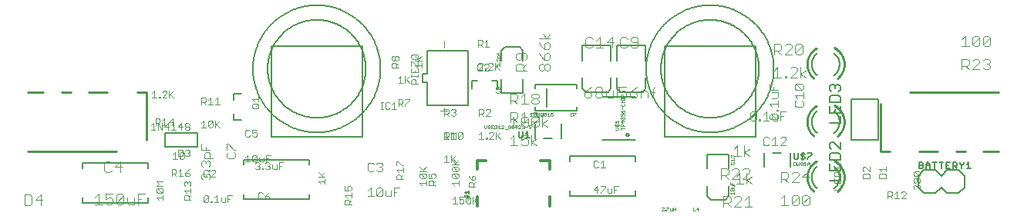
<source format=gto>
G75*
%MOIN*%
%OFA0B0*%
%FSLAX25Y25*%
%IPPOS*%
%LPD*%
%AMOC8*
5,1,8,0,0,1.08239X$1,22.5*
%
%ADD10C,0.00800*%
%ADD11C,0.00600*%
%ADD12C,0.00300*%
%ADD13C,0.00400*%
%ADD14C,0.00500*%
%ADD15C,0.01000*%
%ADD16C,0.00100*%
%ADD17C,0.00200*%
%ADD18C,0.01200*%
D10*
X0046906Y0014705D02*
X0046906Y0016988D01*
X0046906Y0014705D02*
X0075150Y0014705D01*
X0075150Y0016988D01*
X0116366Y0016205D02*
X0116366Y0018488D01*
X0116366Y0016205D02*
X0144610Y0016205D01*
X0144610Y0018488D01*
X0144610Y0031205D02*
X0144610Y0033488D01*
X0116366Y0033488D01*
X0116366Y0031205D01*
X0075150Y0031988D02*
X0075150Y0029705D01*
X0075150Y0031988D02*
X0046906Y0031988D01*
X0046906Y0029705D01*
X0112252Y0050835D02*
X0115402Y0050835D01*
X0112252Y0050835D02*
X0112252Y0053197D01*
X0112252Y0059496D02*
X0112252Y0061858D01*
X0115402Y0061858D01*
X0214996Y0064453D02*
X0214996Y0067602D01*
X0217358Y0067602D01*
X0223657Y0067602D02*
X0226020Y0067602D01*
X0226020Y0064453D01*
X0227783Y0062504D02*
X0227783Y0068409D01*
X0237232Y0068409D02*
X0237232Y0062504D01*
X0227783Y0062504D01*
X0242453Y0064283D02*
X0242453Y0066055D01*
X0260563Y0066055D01*
X0260563Y0064283D01*
X0262906Y0064185D02*
X0264283Y0062610D01*
X0273929Y0062610D01*
X0275110Y0064185D01*
X0275110Y0068909D01*
X0277906Y0068909D02*
X0277906Y0064185D01*
X0279283Y0062610D01*
X0288929Y0062610D01*
X0290110Y0064185D01*
X0290110Y0068909D01*
X0262906Y0068909D02*
X0262906Y0064185D01*
X0247571Y0064283D02*
X0247571Y0056409D01*
X0242453Y0056409D02*
X0242453Y0054638D01*
X0260563Y0054638D01*
X0260563Y0056409D01*
X0253717Y0048996D02*
X0253717Y0042697D01*
X0249780Y0042697D02*
X0246236Y0042697D01*
X0242299Y0042697D02*
X0242299Y0048996D01*
X0281843Y0044246D02*
X0281845Y0044293D01*
X0281851Y0044340D01*
X0281861Y0044387D01*
X0281874Y0044432D01*
X0281892Y0044476D01*
X0281913Y0044518D01*
X0281937Y0044559D01*
X0281965Y0044597D01*
X0281996Y0044633D01*
X0282030Y0044666D01*
X0282066Y0044696D01*
X0282105Y0044723D01*
X0282146Y0044747D01*
X0282189Y0044767D01*
X0282233Y0044783D01*
X0282279Y0044796D01*
X0282325Y0044805D01*
X0282373Y0044810D01*
X0282420Y0044811D01*
X0282467Y0044808D01*
X0282514Y0044801D01*
X0282560Y0044790D01*
X0282605Y0044776D01*
X0282649Y0044757D01*
X0282690Y0044735D01*
X0282730Y0044710D01*
X0282768Y0044681D01*
X0282803Y0044650D01*
X0282836Y0044615D01*
X0282865Y0044578D01*
X0282891Y0044539D01*
X0282914Y0044497D01*
X0282933Y0044454D01*
X0282949Y0044409D01*
X0282961Y0044363D01*
X0282969Y0044317D01*
X0282973Y0044270D01*
X0282973Y0044222D01*
X0282969Y0044175D01*
X0282961Y0044129D01*
X0282949Y0044083D01*
X0282933Y0044038D01*
X0282914Y0043995D01*
X0282891Y0043953D01*
X0282865Y0043914D01*
X0282836Y0043877D01*
X0282803Y0043842D01*
X0282768Y0043811D01*
X0282730Y0043782D01*
X0282691Y0043757D01*
X0282649Y0043735D01*
X0282605Y0043716D01*
X0282560Y0043702D01*
X0282514Y0043691D01*
X0282467Y0043684D01*
X0282420Y0043681D01*
X0282373Y0043682D01*
X0282325Y0043687D01*
X0282279Y0043696D01*
X0282233Y0043709D01*
X0282189Y0043725D01*
X0282146Y0043745D01*
X0282105Y0043769D01*
X0282066Y0043796D01*
X0282030Y0043826D01*
X0281996Y0043859D01*
X0281965Y0043895D01*
X0281937Y0043933D01*
X0281913Y0043974D01*
X0281892Y0044016D01*
X0281874Y0044060D01*
X0281861Y0044105D01*
X0281851Y0044152D01*
X0281845Y0044199D01*
X0281843Y0044246D01*
X0316783Y0035689D02*
X0326232Y0035689D01*
X0326232Y0029783D01*
X0316783Y0029783D02*
X0316783Y0035689D01*
X0341299Y0036496D02*
X0341299Y0030197D01*
X0352717Y0030197D02*
X0352717Y0036496D01*
X0348780Y0036496D02*
X0345236Y0036496D01*
X0285650Y0034988D02*
X0285650Y0032705D01*
X0285650Y0034988D02*
X0257406Y0034988D01*
X0257406Y0032705D01*
X0316783Y0021909D02*
X0316783Y0017579D01*
X0318358Y0016004D01*
X0324657Y0016004D01*
X0326232Y0017579D01*
X0326232Y0021909D01*
X0285650Y0019988D02*
X0285650Y0017705D01*
X0257406Y0017705D01*
X0257406Y0019988D01*
X0408008Y0021346D02*
X0410508Y0018846D01*
X0415508Y0018846D01*
X0418008Y0021346D01*
X0420508Y0018846D01*
X0425508Y0018846D01*
X0428008Y0021346D01*
X0428008Y0026346D01*
X0425508Y0028846D01*
X0420508Y0028846D01*
X0418008Y0026346D01*
X0415508Y0028846D01*
X0410508Y0028846D01*
X0408008Y0026346D01*
X0408008Y0021346D01*
X0290110Y0076390D02*
X0290110Y0083083D01*
X0277709Y0083083D01*
X0277709Y0076390D01*
X0275110Y0076390D02*
X0275110Y0083083D01*
X0262709Y0083083D01*
X0262709Y0076390D01*
X0237232Y0076283D02*
X0237232Y0080614D01*
X0235657Y0082189D01*
X0229358Y0082189D01*
X0227783Y0080614D01*
X0227783Y0076283D01*
D11*
X0271409Y0060646D02*
X0285606Y0060646D01*
X0239229Y0045549D02*
X0239229Y0042946D01*
X0240096Y0042946D02*
X0238361Y0042946D01*
X0237150Y0043380D02*
X0237150Y0045549D01*
X0238361Y0044681D02*
X0239229Y0045549D01*
X0235415Y0045549D02*
X0235415Y0043380D01*
X0235849Y0042946D01*
X0236716Y0042946D01*
X0237150Y0043380D01*
X0271409Y0042047D02*
X0285606Y0042047D01*
X0354308Y0036249D02*
X0354308Y0034080D01*
X0354742Y0033646D01*
X0355609Y0033646D01*
X0356043Y0034080D01*
X0356043Y0036249D01*
X0357254Y0035815D02*
X0357688Y0036249D01*
X0358555Y0036249D01*
X0358989Y0035815D01*
X0358555Y0034948D02*
X0357688Y0034948D01*
X0357254Y0035381D01*
X0357254Y0035815D01*
X0358122Y0036682D02*
X0358122Y0033213D01*
X0358555Y0033646D02*
X0358989Y0034080D01*
X0358989Y0034514D01*
X0358555Y0034948D01*
X0358555Y0033646D02*
X0357688Y0033646D01*
X0357254Y0034080D01*
X0360201Y0034080D02*
X0360201Y0033646D01*
X0360201Y0034080D02*
X0361936Y0035815D01*
X0361936Y0036249D01*
X0360201Y0036249D01*
X0374008Y0025847D02*
X0374006Y0025693D01*
X0374000Y0025539D01*
X0373990Y0025385D01*
X0373976Y0025231D01*
X0373959Y0025078D01*
X0373937Y0024926D01*
X0373911Y0024774D01*
X0373882Y0024622D01*
X0373848Y0024472D01*
X0373811Y0024322D01*
X0373770Y0024174D01*
X0373725Y0024026D01*
X0373676Y0023880D01*
X0373624Y0023735D01*
X0373568Y0023592D01*
X0373508Y0023449D01*
X0373445Y0023309D01*
X0373378Y0023170D01*
X0373307Y0023033D01*
X0373233Y0022898D01*
X0373156Y0022765D01*
X0373075Y0022633D01*
X0372991Y0022504D01*
X0372903Y0022377D01*
X0372812Y0022253D01*
X0372719Y0022131D01*
X0372621Y0022011D01*
X0372521Y0021894D01*
X0372418Y0021779D01*
X0372312Y0021667D01*
X0372204Y0021558D01*
X0372092Y0021452D01*
X0371978Y0021348D01*
X0371861Y0021248D01*
X0371742Y0021150D01*
X0371620Y0021056D01*
X0371495Y0020965D01*
X0362008Y0025846D02*
X0362010Y0025998D01*
X0362016Y0026149D01*
X0362025Y0026300D01*
X0362039Y0026452D01*
X0362056Y0026602D01*
X0362077Y0026752D01*
X0362102Y0026902D01*
X0362130Y0027051D01*
X0362163Y0027199D01*
X0362199Y0027346D01*
X0362238Y0027493D01*
X0362282Y0027638D01*
X0362329Y0027782D01*
X0362380Y0027925D01*
X0362434Y0028066D01*
X0362492Y0028207D01*
X0362553Y0028345D01*
X0362618Y0028482D01*
X0362687Y0028618D01*
X0362758Y0028751D01*
X0362833Y0028883D01*
X0362912Y0029013D01*
X0362993Y0029140D01*
X0363078Y0029266D01*
X0363166Y0029390D01*
X0363257Y0029511D01*
X0363351Y0029630D01*
X0363449Y0029746D01*
X0363549Y0029860D01*
X0363651Y0029972D01*
X0363757Y0030080D01*
X0363865Y0030186D01*
X0363976Y0030290D01*
X0364090Y0030390D01*
X0364206Y0030488D01*
X0364325Y0030582D01*
X0362008Y0025846D02*
X0362010Y0025694D01*
X0362016Y0025543D01*
X0362025Y0025392D01*
X0362039Y0025240D01*
X0362056Y0025090D01*
X0362077Y0024940D01*
X0362102Y0024790D01*
X0362130Y0024641D01*
X0362163Y0024493D01*
X0362199Y0024346D01*
X0362238Y0024199D01*
X0362282Y0024054D01*
X0362329Y0023910D01*
X0362380Y0023767D01*
X0362434Y0023626D01*
X0362492Y0023485D01*
X0362553Y0023347D01*
X0362618Y0023210D01*
X0362687Y0023074D01*
X0362758Y0022941D01*
X0362833Y0022809D01*
X0362912Y0022679D01*
X0362993Y0022552D01*
X0363078Y0022426D01*
X0363166Y0022302D01*
X0363257Y0022181D01*
X0363351Y0022062D01*
X0363449Y0021946D01*
X0363549Y0021832D01*
X0363651Y0021720D01*
X0363757Y0021612D01*
X0363865Y0021506D01*
X0363976Y0021402D01*
X0364090Y0021302D01*
X0364206Y0021204D01*
X0364325Y0021110D01*
X0374008Y0025846D02*
X0374006Y0025996D01*
X0374000Y0026147D01*
X0373991Y0026297D01*
X0373978Y0026446D01*
X0373961Y0026596D01*
X0373940Y0026745D01*
X0373916Y0026893D01*
X0373888Y0027041D01*
X0373856Y0027188D01*
X0373821Y0027334D01*
X0373781Y0027479D01*
X0373739Y0027623D01*
X0373692Y0027766D01*
X0373642Y0027908D01*
X0373589Y0028049D01*
X0373532Y0028188D01*
X0373472Y0028326D01*
X0373408Y0028462D01*
X0373341Y0028596D01*
X0373270Y0028729D01*
X0373196Y0028860D01*
X0373119Y0028989D01*
X0373038Y0029116D01*
X0372955Y0029241D01*
X0372868Y0029364D01*
X0372779Y0029485D01*
X0372686Y0029603D01*
X0372590Y0029719D01*
X0372492Y0029833D01*
X0372391Y0029944D01*
X0372286Y0030053D01*
X0372180Y0030158D01*
X0372070Y0030262D01*
X0371958Y0030362D01*
X0371844Y0030460D01*
X0371727Y0030554D01*
X0371608Y0030646D01*
X0408308Y0030948D02*
X0409609Y0030948D01*
X0410043Y0030514D01*
X0410043Y0030080D01*
X0409609Y0029646D01*
X0408308Y0029646D01*
X0408308Y0032249D01*
X0409609Y0032249D01*
X0410043Y0031815D01*
X0410043Y0031381D01*
X0409609Y0030948D01*
X0411254Y0030948D02*
X0412989Y0030948D01*
X0412989Y0031381D02*
X0412989Y0029646D01*
X0411254Y0029646D02*
X0411254Y0031381D01*
X0412122Y0032249D01*
X0412989Y0031381D01*
X0414201Y0032249D02*
X0415936Y0032249D01*
X0415068Y0032249D02*
X0415068Y0029646D01*
X0418015Y0029646D02*
X0418015Y0032249D01*
X0418882Y0032249D02*
X0417147Y0032249D01*
X0420094Y0032249D02*
X0420094Y0029646D01*
X0421829Y0029646D01*
X0423040Y0029646D02*
X0423040Y0032249D01*
X0424342Y0032249D01*
X0424775Y0031815D01*
X0424775Y0030948D01*
X0424342Y0030514D01*
X0423040Y0030514D01*
X0423908Y0030514D02*
X0424775Y0029646D01*
X0426854Y0029646D02*
X0426854Y0030948D01*
X0427722Y0031815D01*
X0427722Y0032249D01*
X0428934Y0031381D02*
X0429801Y0032249D01*
X0429801Y0029646D01*
X0428934Y0029646D02*
X0430668Y0029646D01*
X0426854Y0030948D02*
X0425987Y0031815D01*
X0425987Y0032249D01*
X0421829Y0032249D02*
X0420094Y0032249D01*
X0420094Y0030948D02*
X0420961Y0030948D01*
X0364325Y0054582D02*
X0364206Y0054488D01*
X0364090Y0054390D01*
X0363976Y0054290D01*
X0363865Y0054186D01*
X0363757Y0054080D01*
X0363651Y0053972D01*
X0363549Y0053860D01*
X0363449Y0053746D01*
X0363351Y0053630D01*
X0363257Y0053511D01*
X0363166Y0053390D01*
X0363078Y0053266D01*
X0362993Y0053140D01*
X0362912Y0053013D01*
X0362833Y0052883D01*
X0362758Y0052751D01*
X0362687Y0052618D01*
X0362618Y0052482D01*
X0362553Y0052345D01*
X0362492Y0052207D01*
X0362434Y0052066D01*
X0362380Y0051925D01*
X0362329Y0051782D01*
X0362282Y0051638D01*
X0362238Y0051493D01*
X0362199Y0051346D01*
X0362163Y0051199D01*
X0362130Y0051051D01*
X0362102Y0050902D01*
X0362077Y0050752D01*
X0362056Y0050602D01*
X0362039Y0050452D01*
X0362025Y0050300D01*
X0362016Y0050149D01*
X0362010Y0049998D01*
X0362008Y0049846D01*
X0371608Y0054646D02*
X0371727Y0054554D01*
X0371844Y0054460D01*
X0371958Y0054362D01*
X0372070Y0054262D01*
X0372180Y0054158D01*
X0372286Y0054053D01*
X0372391Y0053944D01*
X0372492Y0053833D01*
X0372590Y0053719D01*
X0372686Y0053603D01*
X0372779Y0053485D01*
X0372868Y0053364D01*
X0372955Y0053241D01*
X0373038Y0053116D01*
X0373119Y0052989D01*
X0373196Y0052860D01*
X0373270Y0052729D01*
X0373341Y0052596D01*
X0373408Y0052462D01*
X0373472Y0052326D01*
X0373532Y0052188D01*
X0373589Y0052049D01*
X0373642Y0051908D01*
X0373692Y0051766D01*
X0373739Y0051623D01*
X0373781Y0051479D01*
X0373821Y0051334D01*
X0373856Y0051188D01*
X0373888Y0051041D01*
X0373916Y0050893D01*
X0373940Y0050745D01*
X0373961Y0050596D01*
X0373978Y0050446D01*
X0373991Y0050297D01*
X0374000Y0050147D01*
X0374006Y0049996D01*
X0374008Y0049846D01*
X0364325Y0045110D02*
X0364206Y0045204D01*
X0364090Y0045302D01*
X0363976Y0045402D01*
X0363865Y0045506D01*
X0363757Y0045612D01*
X0363651Y0045720D01*
X0363549Y0045832D01*
X0363449Y0045946D01*
X0363351Y0046062D01*
X0363257Y0046181D01*
X0363166Y0046302D01*
X0363078Y0046426D01*
X0362993Y0046552D01*
X0362912Y0046679D01*
X0362833Y0046809D01*
X0362758Y0046941D01*
X0362687Y0047074D01*
X0362618Y0047210D01*
X0362553Y0047347D01*
X0362492Y0047485D01*
X0362434Y0047626D01*
X0362380Y0047767D01*
X0362329Y0047910D01*
X0362282Y0048054D01*
X0362238Y0048199D01*
X0362199Y0048346D01*
X0362163Y0048493D01*
X0362130Y0048641D01*
X0362102Y0048790D01*
X0362077Y0048940D01*
X0362056Y0049090D01*
X0362039Y0049240D01*
X0362025Y0049392D01*
X0362016Y0049543D01*
X0362010Y0049694D01*
X0362008Y0049846D01*
X0371495Y0044965D02*
X0371620Y0045056D01*
X0371742Y0045150D01*
X0371861Y0045248D01*
X0371978Y0045348D01*
X0372092Y0045452D01*
X0372204Y0045558D01*
X0372312Y0045667D01*
X0372418Y0045779D01*
X0372521Y0045894D01*
X0372621Y0046011D01*
X0372719Y0046131D01*
X0372812Y0046253D01*
X0372903Y0046377D01*
X0372991Y0046504D01*
X0373075Y0046633D01*
X0373156Y0046765D01*
X0373233Y0046898D01*
X0373307Y0047033D01*
X0373378Y0047170D01*
X0373445Y0047309D01*
X0373508Y0047449D01*
X0373568Y0047592D01*
X0373624Y0047735D01*
X0373676Y0047880D01*
X0373725Y0048026D01*
X0373770Y0048174D01*
X0373811Y0048322D01*
X0373848Y0048472D01*
X0373882Y0048622D01*
X0373911Y0048774D01*
X0373937Y0048926D01*
X0373959Y0049078D01*
X0373976Y0049231D01*
X0373990Y0049385D01*
X0374000Y0049539D01*
X0374006Y0049693D01*
X0374008Y0049847D01*
X0362008Y0074846D02*
X0362010Y0074998D01*
X0362016Y0075149D01*
X0362025Y0075300D01*
X0362039Y0075452D01*
X0362056Y0075602D01*
X0362077Y0075752D01*
X0362102Y0075902D01*
X0362130Y0076051D01*
X0362163Y0076199D01*
X0362199Y0076346D01*
X0362238Y0076493D01*
X0362282Y0076638D01*
X0362329Y0076782D01*
X0362380Y0076925D01*
X0362434Y0077066D01*
X0362492Y0077207D01*
X0362553Y0077345D01*
X0362618Y0077482D01*
X0362687Y0077618D01*
X0362758Y0077751D01*
X0362833Y0077883D01*
X0362912Y0078013D01*
X0362993Y0078140D01*
X0363078Y0078266D01*
X0363166Y0078390D01*
X0363257Y0078511D01*
X0363351Y0078630D01*
X0363449Y0078746D01*
X0363549Y0078860D01*
X0363651Y0078972D01*
X0363757Y0079080D01*
X0363865Y0079186D01*
X0363976Y0079290D01*
X0364090Y0079390D01*
X0364206Y0079488D01*
X0364325Y0079582D01*
X0374008Y0074847D02*
X0374006Y0074693D01*
X0374000Y0074539D01*
X0373990Y0074385D01*
X0373976Y0074231D01*
X0373959Y0074078D01*
X0373937Y0073926D01*
X0373911Y0073774D01*
X0373882Y0073622D01*
X0373848Y0073472D01*
X0373811Y0073322D01*
X0373770Y0073174D01*
X0373725Y0073026D01*
X0373676Y0072880D01*
X0373624Y0072735D01*
X0373568Y0072592D01*
X0373508Y0072449D01*
X0373445Y0072309D01*
X0373378Y0072170D01*
X0373307Y0072033D01*
X0373233Y0071898D01*
X0373156Y0071765D01*
X0373075Y0071633D01*
X0372991Y0071504D01*
X0372903Y0071377D01*
X0372812Y0071253D01*
X0372719Y0071131D01*
X0372621Y0071011D01*
X0372521Y0070894D01*
X0372418Y0070779D01*
X0372312Y0070667D01*
X0372204Y0070558D01*
X0372092Y0070452D01*
X0371978Y0070348D01*
X0371861Y0070248D01*
X0371742Y0070150D01*
X0371620Y0070056D01*
X0371495Y0069965D01*
X0374008Y0074846D02*
X0374006Y0074996D01*
X0374000Y0075147D01*
X0373991Y0075297D01*
X0373978Y0075446D01*
X0373961Y0075596D01*
X0373940Y0075745D01*
X0373916Y0075893D01*
X0373888Y0076041D01*
X0373856Y0076188D01*
X0373821Y0076334D01*
X0373781Y0076479D01*
X0373739Y0076623D01*
X0373692Y0076766D01*
X0373642Y0076908D01*
X0373589Y0077049D01*
X0373532Y0077188D01*
X0373472Y0077326D01*
X0373408Y0077462D01*
X0373341Y0077596D01*
X0373270Y0077729D01*
X0373196Y0077860D01*
X0373119Y0077989D01*
X0373038Y0078116D01*
X0372955Y0078241D01*
X0372868Y0078364D01*
X0372779Y0078485D01*
X0372686Y0078603D01*
X0372590Y0078719D01*
X0372492Y0078833D01*
X0372391Y0078944D01*
X0372286Y0079053D01*
X0372180Y0079158D01*
X0372070Y0079262D01*
X0371958Y0079362D01*
X0371844Y0079460D01*
X0371727Y0079554D01*
X0371608Y0079646D01*
X0362008Y0074846D02*
X0362010Y0074694D01*
X0362016Y0074543D01*
X0362025Y0074392D01*
X0362039Y0074240D01*
X0362056Y0074090D01*
X0362077Y0073940D01*
X0362102Y0073790D01*
X0362130Y0073641D01*
X0362163Y0073493D01*
X0362199Y0073346D01*
X0362238Y0073199D01*
X0362282Y0073054D01*
X0362329Y0072910D01*
X0362380Y0072767D01*
X0362434Y0072626D01*
X0362492Y0072485D01*
X0362553Y0072347D01*
X0362618Y0072210D01*
X0362687Y0072074D01*
X0362758Y0071941D01*
X0362833Y0071809D01*
X0362912Y0071679D01*
X0362993Y0071552D01*
X0363078Y0071426D01*
X0363166Y0071302D01*
X0363257Y0071181D01*
X0363351Y0071062D01*
X0363449Y0070946D01*
X0363549Y0070832D01*
X0363651Y0070720D01*
X0363757Y0070612D01*
X0363865Y0070506D01*
X0363976Y0070402D01*
X0364090Y0070302D01*
X0364206Y0070204D01*
X0364325Y0070110D01*
D12*
X0358303Y0065602D02*
X0357686Y0066219D01*
X0355217Y0066219D01*
X0357686Y0063750D01*
X0358303Y0064368D01*
X0358303Y0065602D01*
X0355217Y0066219D02*
X0354600Y0065602D01*
X0354600Y0064368D01*
X0355217Y0063750D01*
X0357686Y0063750D01*
X0358303Y0062536D02*
X0358303Y0060067D01*
X0358303Y0061302D02*
X0354600Y0061302D01*
X0355834Y0060067D01*
X0355217Y0058853D02*
X0354600Y0058236D01*
X0354600Y0057001D01*
X0355217Y0056384D01*
X0357686Y0056384D01*
X0358303Y0057001D01*
X0358303Y0058236D01*
X0357686Y0058853D01*
X0347378Y0058853D02*
X0347378Y0056384D01*
X0347378Y0055160D02*
X0347378Y0054542D01*
X0346760Y0054542D01*
X0346760Y0055160D01*
X0347378Y0055160D01*
X0348412Y0054180D02*
X0350880Y0054180D01*
X0348412Y0054180D02*
X0348412Y0050477D01*
X0347197Y0050477D02*
X0347197Y0052946D01*
X0347378Y0052711D02*
X0346760Y0053328D01*
X0344292Y0053328D01*
X0346760Y0050859D01*
X0347378Y0051476D01*
X0347378Y0052711D01*
X0348412Y0052328D02*
X0349646Y0052328D01*
X0346760Y0050859D02*
X0344292Y0050859D01*
X0343674Y0051476D01*
X0343674Y0052711D01*
X0344292Y0053328D01*
X0344729Y0052946D02*
X0344729Y0051094D01*
X0345346Y0050477D01*
X0347197Y0050477D01*
X0343514Y0050477D02*
X0341045Y0050477D01*
X0339821Y0050477D02*
X0339821Y0051094D01*
X0339204Y0051094D01*
X0339204Y0050477D01*
X0339821Y0050477D01*
X0337989Y0051094D02*
X0337372Y0050477D01*
X0336138Y0050477D01*
X0335521Y0051094D01*
X0337989Y0053563D01*
X0337989Y0051094D01*
X0335521Y0051094D02*
X0335521Y0053563D01*
X0336138Y0054180D01*
X0337372Y0054180D01*
X0337989Y0053563D01*
X0341045Y0052946D02*
X0342280Y0054180D01*
X0342280Y0050477D01*
X0344909Y0056384D02*
X0343674Y0057618D01*
X0347378Y0057618D01*
X0346760Y0060067D02*
X0347378Y0060684D01*
X0347378Y0062536D01*
X0344909Y0062536D01*
X0345526Y0063750D02*
X0345526Y0064985D01*
X0343674Y0066219D02*
X0343674Y0063750D01*
X0347378Y0063750D01*
X0346760Y0060067D02*
X0344909Y0060067D01*
X0345963Y0043255D02*
X0345963Y0039552D01*
X0344729Y0039552D02*
X0347197Y0039552D01*
X0348412Y0039552D02*
X0350881Y0042020D01*
X0350881Y0042638D01*
X0350263Y0043255D01*
X0349029Y0043255D01*
X0348412Y0042638D01*
X0345963Y0043255D02*
X0344729Y0042020D01*
X0343514Y0042638D02*
X0342897Y0043255D01*
X0341663Y0043255D01*
X0341045Y0042638D01*
X0341045Y0040169D01*
X0341663Y0039552D01*
X0342897Y0039552D01*
X0343514Y0040169D01*
X0348412Y0039552D02*
X0350881Y0039552D01*
X0374526Y0031107D02*
X0374526Y0029172D01*
X0374526Y0030139D02*
X0371624Y0030139D01*
X0372591Y0029172D01*
X0372108Y0028160D02*
X0371624Y0027677D01*
X0371624Y0026225D01*
X0374526Y0026225D01*
X0374526Y0027677D01*
X0374043Y0028160D01*
X0372108Y0028160D01*
X0371624Y0025214D02*
X0371624Y0023279D01*
X0374526Y0023279D01*
X0374526Y0025214D01*
X0373075Y0024246D02*
X0373075Y0023279D01*
X0374526Y0022267D02*
X0374526Y0020332D01*
X0371624Y0020332D01*
X0384092Y0025434D02*
X0384092Y0026885D01*
X0384576Y0027369D01*
X0386511Y0027369D01*
X0386995Y0026885D01*
X0386995Y0025434D01*
X0384092Y0025434D01*
X0391092Y0025434D02*
X0391092Y0026885D01*
X0391576Y0027369D01*
X0393511Y0027369D01*
X0393995Y0026885D01*
X0393995Y0025434D01*
X0391092Y0025434D01*
X0392060Y0028381D02*
X0391092Y0029348D01*
X0393995Y0029348D01*
X0393995Y0028381D02*
X0393995Y0030316D01*
X0386995Y0030316D02*
X0386995Y0028381D01*
X0385060Y0030316D01*
X0384576Y0030316D01*
X0384092Y0029832D01*
X0384092Y0028864D01*
X0384576Y0028381D01*
X0405924Y0027904D02*
X0405924Y0026936D01*
X0406408Y0026452D01*
X0408343Y0026452D01*
X0406408Y0028387D01*
X0408343Y0028387D01*
X0408826Y0027904D01*
X0408826Y0026936D01*
X0408343Y0026452D01*
X0408343Y0025441D02*
X0406408Y0025441D01*
X0405924Y0024957D01*
X0405924Y0023990D01*
X0406408Y0023506D01*
X0406891Y0023506D01*
X0407375Y0023990D01*
X0407375Y0025441D01*
X0408343Y0025441D02*
X0408826Y0024957D01*
X0408826Y0023990D01*
X0408343Y0023506D01*
X0408343Y0022494D02*
X0408826Y0022011D01*
X0408826Y0021043D01*
X0408343Y0020559D01*
X0407375Y0021527D02*
X0407375Y0022011D01*
X0407859Y0022494D01*
X0408343Y0022494D01*
X0407375Y0022011D02*
X0406891Y0022494D01*
X0406408Y0022494D01*
X0405924Y0022011D01*
X0405924Y0021043D01*
X0406408Y0020559D01*
X0402638Y0019160D02*
X0402155Y0019644D01*
X0401187Y0019644D01*
X0400703Y0019160D01*
X0402638Y0019160D02*
X0402638Y0018676D01*
X0400703Y0016741D01*
X0402638Y0016741D01*
X0399692Y0016741D02*
X0397757Y0016741D01*
X0398724Y0016741D02*
X0398724Y0019644D01*
X0397757Y0018676D01*
X0396745Y0019160D02*
X0396745Y0018193D01*
X0396262Y0017709D01*
X0394810Y0017709D01*
X0394810Y0016741D02*
X0394810Y0019644D01*
X0396262Y0019644D01*
X0396745Y0019160D01*
X0395778Y0017709D02*
X0396745Y0016741D01*
X0405924Y0027904D02*
X0406408Y0028387D01*
X0278495Y0021919D02*
X0276560Y0021919D01*
X0276560Y0019016D01*
X0275549Y0019016D02*
X0275549Y0020951D01*
X0276560Y0020467D02*
X0277528Y0020467D01*
X0274098Y0019016D02*
X0273614Y0019500D01*
X0273614Y0020951D01*
X0272602Y0021435D02*
X0270667Y0019500D01*
X0270667Y0019016D01*
X0269172Y0019016D02*
X0269172Y0021919D01*
X0267721Y0020467D01*
X0269656Y0020467D01*
X0270667Y0021919D02*
X0272602Y0021919D01*
X0272602Y0021435D01*
X0274098Y0019016D02*
X0275549Y0019016D01*
X0272602Y0029941D02*
X0270667Y0029941D01*
X0271635Y0029941D02*
X0271635Y0032844D01*
X0270667Y0031876D01*
X0269656Y0032360D02*
X0269172Y0032844D01*
X0268205Y0032844D01*
X0267721Y0032360D01*
X0267721Y0030425D01*
X0268205Y0029941D01*
X0269172Y0029941D01*
X0269656Y0030425D01*
X0216558Y0026001D02*
X0216558Y0025034D01*
X0216074Y0024550D01*
X0215107Y0024550D01*
X0215107Y0026001D01*
X0215590Y0026485D01*
X0216074Y0026485D01*
X0216558Y0026001D01*
X0215107Y0024550D02*
X0214139Y0025517D01*
X0213655Y0026485D01*
X0209358Y0026894D02*
X0209358Y0025927D01*
X0208874Y0025443D01*
X0206939Y0027378D01*
X0208874Y0027378D01*
X0209358Y0026894D01*
X0208874Y0025443D02*
X0206939Y0025443D01*
X0206455Y0025927D01*
X0206455Y0026894D01*
X0206939Y0027378D01*
X0206939Y0028389D02*
X0206455Y0028873D01*
X0206455Y0029841D01*
X0206939Y0030324D01*
X0208874Y0028389D01*
X0209358Y0028873D01*
X0209358Y0029841D01*
X0208874Y0030324D01*
X0206939Y0030324D01*
X0206455Y0031336D02*
X0209358Y0031336D01*
X0208390Y0031336D02*
X0206455Y0033271D01*
X0206104Y0033464D02*
X0208039Y0035399D01*
X0206104Y0035399D02*
X0206104Y0032496D01*
X0205093Y0032496D02*
X0203158Y0032496D01*
X0204125Y0032496D02*
X0204125Y0035399D01*
X0203158Y0034431D01*
X0206588Y0033948D02*
X0208039Y0032496D01*
X0207907Y0031820D02*
X0209358Y0033271D01*
X0195358Y0030324D02*
X0193907Y0028873D01*
X0194390Y0028389D02*
X0192455Y0030324D01*
X0192455Y0028389D02*
X0195358Y0028389D01*
X0194874Y0027378D02*
X0195358Y0026894D01*
X0195358Y0025927D01*
X0194874Y0025443D01*
X0192939Y0027378D01*
X0194874Y0027378D01*
X0196455Y0027378D02*
X0196455Y0025443D01*
X0197907Y0025443D01*
X0197423Y0026410D01*
X0197423Y0026894D01*
X0197907Y0027378D01*
X0198874Y0027378D01*
X0199358Y0026894D01*
X0199358Y0025927D01*
X0198874Y0025443D01*
X0199358Y0024431D02*
X0198390Y0023464D01*
X0198390Y0023948D02*
X0198390Y0022496D01*
X0199358Y0022496D02*
X0196455Y0022496D01*
X0196455Y0023948D01*
X0196939Y0024431D01*
X0197907Y0024431D01*
X0198390Y0023948D01*
X0195358Y0024431D02*
X0195358Y0022496D01*
X0195358Y0023464D02*
X0192455Y0023464D01*
X0193423Y0022496D01*
X0185358Y0024996D02*
X0182455Y0024996D01*
X0182455Y0026448D01*
X0182939Y0026931D01*
X0183907Y0026931D01*
X0184390Y0026448D01*
X0184390Y0024996D01*
X0184390Y0025964D02*
X0185358Y0026931D01*
X0185358Y0027943D02*
X0185358Y0029878D01*
X0185358Y0028910D02*
X0182455Y0028910D01*
X0183423Y0027943D01*
X0176373Y0029059D02*
X0176373Y0029676D01*
X0175756Y0030293D01*
X0175138Y0030293D01*
X0175756Y0030293D02*
X0176373Y0030910D01*
X0176373Y0031527D01*
X0175756Y0032145D01*
X0174521Y0032145D01*
X0173904Y0031527D01*
X0172690Y0031527D02*
X0172072Y0032145D01*
X0170838Y0032145D01*
X0170221Y0031527D01*
X0170221Y0029059D01*
X0170838Y0028441D01*
X0172072Y0028441D01*
X0172690Y0029059D01*
X0173904Y0029059D02*
X0174521Y0028441D01*
X0175756Y0028441D01*
X0176373Y0029059D01*
X0182455Y0030889D02*
X0182455Y0032824D01*
X0182939Y0032824D01*
X0184874Y0030889D01*
X0185358Y0030889D01*
X0192455Y0026894D02*
X0192939Y0027378D01*
X0192455Y0026894D02*
X0192455Y0025927D01*
X0192939Y0025443D01*
X0194874Y0025443D01*
X0206455Y0023464D02*
X0207423Y0022496D01*
X0206455Y0023464D02*
X0209358Y0023464D01*
X0209358Y0024431D02*
X0209358Y0022496D01*
X0213655Y0023055D02*
X0213655Y0021603D01*
X0216558Y0021603D01*
X0215590Y0021603D02*
X0215590Y0023055D01*
X0215107Y0023538D01*
X0214139Y0023538D01*
X0213655Y0023055D01*
X0215590Y0022571D02*
X0216558Y0023538D01*
X0208874Y0028389D02*
X0206939Y0028389D01*
X0183739Y0021219D02*
X0181270Y0021219D01*
X0181270Y0017516D01*
X0180056Y0017516D02*
X0180056Y0019985D01*
X0181270Y0019368D02*
X0182505Y0019368D01*
X0177587Y0019985D02*
X0177587Y0018133D01*
X0178204Y0017516D01*
X0180056Y0017516D01*
X0176373Y0018133D02*
X0175756Y0017516D01*
X0174521Y0017516D01*
X0173904Y0018133D01*
X0176373Y0020602D01*
X0176373Y0018133D01*
X0173904Y0018133D02*
X0173904Y0020602D01*
X0174521Y0021219D01*
X0175756Y0021219D01*
X0176373Y0020602D01*
X0171455Y0021219D02*
X0170221Y0019985D01*
X0171455Y0021219D02*
X0171455Y0017516D01*
X0170221Y0017516D02*
X0172690Y0017516D01*
X0163058Y0017103D02*
X0163058Y0019038D01*
X0163058Y0018071D02*
X0160155Y0018071D01*
X0161123Y0017103D01*
X0161607Y0016092D02*
X0162090Y0015608D01*
X0162090Y0014157D01*
X0162090Y0015124D02*
X0163058Y0016092D01*
X0161607Y0016092D02*
X0160639Y0016092D01*
X0160155Y0015608D01*
X0160155Y0014157D01*
X0163058Y0014157D01*
X0162574Y0020050D02*
X0163058Y0020534D01*
X0163058Y0021501D01*
X0162574Y0021985D01*
X0161607Y0021985D01*
X0161123Y0021501D01*
X0161123Y0021017D01*
X0161607Y0020050D01*
X0160155Y0020050D01*
X0160155Y0021985D01*
X0151558Y0023103D02*
X0151558Y0025038D01*
X0151558Y0024071D02*
X0148655Y0024071D01*
X0149623Y0023103D01*
X0150590Y0026050D02*
X0148655Y0027985D01*
X0150107Y0026534D02*
X0151558Y0027985D01*
X0151558Y0026050D02*
X0148655Y0026050D01*
X0131648Y0029277D02*
X0131648Y0032179D01*
X0133583Y0032179D01*
X0132616Y0030728D02*
X0131648Y0030728D01*
X0130637Y0031212D02*
X0130637Y0029277D01*
X0129186Y0029277D01*
X0128702Y0029761D01*
X0128702Y0031212D01*
X0127690Y0031212D02*
X0127207Y0030728D01*
X0127690Y0030244D01*
X0127690Y0029761D01*
X0127207Y0029277D01*
X0126239Y0029277D01*
X0125755Y0029761D01*
X0124766Y0029761D02*
X0124766Y0029277D01*
X0124282Y0029277D01*
X0124282Y0029761D01*
X0124766Y0029761D01*
X0123271Y0029761D02*
X0122787Y0029277D01*
X0121819Y0029277D01*
X0121336Y0029761D01*
X0122303Y0030728D02*
X0122787Y0030728D01*
X0123271Y0030244D01*
X0123271Y0029761D01*
X0122787Y0030728D02*
X0123271Y0031212D01*
X0123271Y0031695D01*
X0122787Y0032179D01*
X0121819Y0032179D01*
X0121336Y0031695D01*
X0121619Y0032516D02*
X0120651Y0032516D01*
X0120167Y0033000D01*
X0122102Y0034935D01*
X0122102Y0033000D01*
X0121619Y0032516D01*
X0120167Y0033000D02*
X0120167Y0034935D01*
X0120651Y0035419D01*
X0121619Y0035419D01*
X0122102Y0034935D01*
X0123114Y0034451D02*
X0123114Y0033000D01*
X0123598Y0032516D01*
X0125049Y0032516D01*
X0125049Y0034451D01*
X0126060Y0033967D02*
X0127028Y0033967D01*
X0126060Y0032516D02*
X0126060Y0035419D01*
X0127995Y0035419D01*
X0118188Y0035419D02*
X0117221Y0034451D01*
X0118188Y0035419D02*
X0118188Y0032516D01*
X0117221Y0032516D02*
X0119156Y0032516D01*
X0125755Y0031695D02*
X0126239Y0032179D01*
X0127207Y0032179D01*
X0127690Y0031695D01*
X0127690Y0031212D01*
X0127207Y0030728D02*
X0126723Y0030728D01*
X0112803Y0034684D02*
X0112186Y0034067D01*
X0109717Y0034067D01*
X0109100Y0034684D01*
X0109100Y0035919D01*
X0109717Y0036536D01*
X0112186Y0036536D02*
X0112803Y0035919D01*
X0112803Y0034684D01*
X0103112Y0034067D02*
X0099409Y0034067D01*
X0099409Y0035919D01*
X0100026Y0036536D01*
X0101260Y0036536D01*
X0101878Y0035919D01*
X0101878Y0034067D01*
X0101260Y0032853D02*
X0101878Y0032236D01*
X0101878Y0031001D01*
X0101260Y0030384D01*
X0101260Y0029160D02*
X0101878Y0029160D01*
X0101878Y0028542D01*
X0101260Y0028542D01*
X0101260Y0029160D01*
X0100672Y0028844D02*
X0099705Y0028844D01*
X0099221Y0028360D01*
X0099221Y0026425D01*
X0099705Y0025941D01*
X0100672Y0025941D01*
X0101156Y0026425D01*
X0101878Y0026711D02*
X0101878Y0025476D01*
X0101260Y0024859D01*
X0102167Y0025941D02*
X0104102Y0027876D01*
X0104102Y0028360D01*
X0103619Y0028844D01*
X0102651Y0028844D01*
X0102167Y0028360D01*
X0101156Y0028360D02*
X0100672Y0028844D01*
X0098792Y0030384D02*
X0098174Y0031001D01*
X0098174Y0032236D01*
X0098792Y0032853D01*
X0099409Y0032853D01*
X0100026Y0032236D01*
X0100643Y0032853D01*
X0101260Y0032853D01*
X0100026Y0032236D02*
X0100026Y0031618D01*
X0090646Y0034280D02*
X0090163Y0033796D01*
X0089195Y0033796D01*
X0088711Y0034280D01*
X0090646Y0036215D01*
X0090646Y0034280D01*
X0091526Y0034859D02*
X0091042Y0035343D01*
X0091526Y0034859D02*
X0092493Y0034859D01*
X0092977Y0035343D01*
X0092977Y0035827D01*
X0092493Y0036311D01*
X0092010Y0036311D01*
X0092493Y0036311D02*
X0092977Y0036794D01*
X0092977Y0037278D01*
X0092493Y0037762D01*
X0091526Y0037762D01*
X0091042Y0037278D01*
X0090031Y0037278D02*
X0089547Y0037762D01*
X0088096Y0037762D01*
X0088096Y0034859D01*
X0089547Y0034859D01*
X0090031Y0035343D01*
X0090031Y0037278D01*
X0090163Y0036699D02*
X0090646Y0036215D01*
X0090163Y0036699D02*
X0089195Y0036699D01*
X0088711Y0036215D01*
X0088711Y0034280D01*
X0087700Y0033796D02*
X0085765Y0033796D01*
X0086732Y0033796D02*
X0086732Y0036699D01*
X0085765Y0035731D01*
X0098174Y0037750D02*
X0098174Y0040219D01*
X0100026Y0038985D02*
X0100026Y0037750D01*
X0101878Y0037750D02*
X0098174Y0037750D01*
X0109100Y0037750D02*
X0109100Y0040219D01*
X0109717Y0040219D01*
X0112186Y0037750D01*
X0112803Y0037750D01*
X0117705Y0043441D02*
X0118672Y0043441D01*
X0119156Y0043925D01*
X0120167Y0043925D02*
X0120651Y0043441D01*
X0121619Y0043441D01*
X0122102Y0043925D01*
X0122102Y0044893D01*
X0121619Y0045376D01*
X0121135Y0045376D01*
X0120167Y0044893D01*
X0120167Y0046344D01*
X0122102Y0046344D01*
X0119156Y0045860D02*
X0118672Y0046344D01*
X0117705Y0046344D01*
X0117221Y0045860D01*
X0117221Y0043925D01*
X0117705Y0043441D01*
X0105986Y0047496D02*
X0104535Y0048948D01*
X0104051Y0048464D02*
X0105986Y0050399D01*
X0104051Y0050399D02*
X0104051Y0047496D01*
X0103039Y0047980D02*
X0102556Y0047496D01*
X0101588Y0047496D01*
X0101104Y0047980D01*
X0103039Y0049915D01*
X0103039Y0047980D01*
X0101104Y0047980D02*
X0101104Y0049915D01*
X0101588Y0050399D01*
X0102556Y0050399D01*
X0103039Y0049915D01*
X0099125Y0050399D02*
X0098158Y0049431D01*
X0099125Y0050399D02*
X0099125Y0047496D01*
X0098158Y0047496D02*
X0100093Y0047496D01*
X0092977Y0047319D02*
X0092977Y0046835D01*
X0092493Y0046352D01*
X0091526Y0046352D01*
X0091042Y0046835D01*
X0091042Y0047319D01*
X0091526Y0047803D01*
X0092493Y0047803D01*
X0092977Y0047319D01*
X0092493Y0047803D02*
X0092977Y0048287D01*
X0092977Y0048770D01*
X0092493Y0049254D01*
X0091526Y0049254D01*
X0091042Y0048770D01*
X0091042Y0048287D01*
X0091526Y0047803D01*
X0090031Y0047803D02*
X0088096Y0047803D01*
X0089547Y0049254D01*
X0089547Y0046352D01*
X0087084Y0046352D02*
X0085149Y0046352D01*
X0086117Y0046352D02*
X0086117Y0049254D01*
X0085149Y0048287D01*
X0085663Y0048296D02*
X0085663Y0051199D01*
X0084211Y0049748D01*
X0086146Y0049748D01*
X0083654Y0049254D02*
X0082203Y0047803D01*
X0084137Y0047803D01*
X0083200Y0048296D02*
X0081265Y0048296D01*
X0081191Y0049254D02*
X0081191Y0046352D01*
X0079256Y0049254D01*
X0079256Y0046352D01*
X0078244Y0046352D02*
X0076309Y0046352D01*
X0077277Y0046352D02*
X0077277Y0049254D01*
X0076309Y0048287D01*
X0078318Y0048296D02*
X0078318Y0051199D01*
X0079770Y0051199D01*
X0080253Y0050715D01*
X0080253Y0049748D01*
X0079770Y0049264D01*
X0078318Y0049264D01*
X0079286Y0049264D02*
X0080253Y0048296D01*
X0082232Y0048296D02*
X0082232Y0051199D01*
X0081265Y0050231D01*
X0083654Y0049254D02*
X0083654Y0046352D01*
X0119955Y0056230D02*
X0120439Y0055746D01*
X0122374Y0055746D01*
X0122858Y0056230D01*
X0122858Y0057198D01*
X0122374Y0057681D01*
X0120439Y0057681D01*
X0119955Y0057198D01*
X0119955Y0056230D01*
X0121890Y0056714D02*
X0122858Y0057681D01*
X0122858Y0058693D02*
X0122858Y0060628D01*
X0122858Y0059660D02*
X0119955Y0059660D01*
X0120923Y0058693D01*
X0105986Y0057496D02*
X0104051Y0057496D01*
X0105018Y0057496D02*
X0105018Y0060399D01*
X0104051Y0059431D01*
X0102072Y0060399D02*
X0102072Y0057496D01*
X0103039Y0057496D02*
X0101104Y0057496D01*
X0100093Y0057496D02*
X0099125Y0058464D01*
X0099609Y0058464D02*
X0098158Y0058464D01*
X0098158Y0057496D02*
X0098158Y0060399D01*
X0099609Y0060399D01*
X0100093Y0059915D01*
X0100093Y0058948D01*
X0099609Y0058464D01*
X0101104Y0059431D02*
X0102072Y0060399D01*
X0086146Y0060296D02*
X0084695Y0061748D01*
X0084211Y0061264D02*
X0086146Y0063199D01*
X0084211Y0063199D02*
X0084211Y0060296D01*
X0083200Y0060296D02*
X0081265Y0060296D01*
X0083200Y0062231D01*
X0083200Y0062715D01*
X0082716Y0063199D01*
X0081749Y0063199D01*
X0081265Y0062715D01*
X0077813Y0063199D02*
X0077813Y0060296D01*
X0078780Y0060296D02*
X0076845Y0060296D01*
X0079792Y0060296D02*
X0080275Y0060296D01*
X0080275Y0060780D01*
X0079792Y0060780D01*
X0079792Y0060296D01*
X0077813Y0063199D02*
X0076845Y0062231D01*
X0175658Y0058399D02*
X0176625Y0058399D01*
X0176142Y0058399D02*
X0176142Y0055496D01*
X0176625Y0055496D02*
X0175658Y0055496D01*
X0177622Y0055980D02*
X0178106Y0055496D01*
X0179073Y0055496D01*
X0179557Y0055980D01*
X0180569Y0055496D02*
X0182504Y0055496D01*
X0181536Y0055496D02*
X0181536Y0058399D01*
X0180569Y0057431D01*
X0179557Y0057915D02*
X0179073Y0058399D01*
X0178106Y0058399D01*
X0177622Y0057915D01*
X0177622Y0055980D01*
X0183265Y0056796D02*
X0183265Y0059699D01*
X0184716Y0059699D01*
X0185200Y0059215D01*
X0185200Y0058248D01*
X0184716Y0057764D01*
X0183265Y0057764D01*
X0184232Y0057764D02*
X0185200Y0056796D01*
X0186211Y0056796D02*
X0186211Y0057280D01*
X0188146Y0059215D01*
X0188146Y0059699D01*
X0186211Y0059699D01*
X0203158Y0055399D02*
X0204609Y0055399D01*
X0205093Y0054915D01*
X0205093Y0053948D01*
X0204609Y0053464D01*
X0203158Y0053464D01*
X0204125Y0053464D02*
X0205093Y0052496D01*
X0206104Y0052980D02*
X0206588Y0052496D01*
X0207556Y0052496D01*
X0208039Y0052980D01*
X0208039Y0053464D01*
X0207556Y0053948D01*
X0207072Y0053948D01*
X0207556Y0053948D02*
X0208039Y0054431D01*
X0208039Y0054915D01*
X0207556Y0055399D01*
X0206588Y0055399D01*
X0206104Y0054915D01*
X0203158Y0055399D02*
X0203158Y0052496D01*
X0218158Y0052496D02*
X0218158Y0055399D01*
X0219609Y0055399D01*
X0220093Y0054915D01*
X0220093Y0053948D01*
X0219609Y0053464D01*
X0218158Y0053464D01*
X0219125Y0053464D02*
X0220093Y0052496D01*
X0221104Y0052496D02*
X0223039Y0054431D01*
X0223039Y0054915D01*
X0222556Y0055399D01*
X0221588Y0055399D01*
X0221104Y0054915D01*
X0221104Y0052496D02*
X0223039Y0052496D01*
X0223061Y0045399D02*
X0222578Y0044915D01*
X0223061Y0045399D02*
X0224029Y0045399D01*
X0224513Y0044915D01*
X0224513Y0044431D01*
X0222578Y0042496D01*
X0224513Y0042496D01*
X0225524Y0042496D02*
X0225524Y0045399D01*
X0226008Y0043948D02*
X0227459Y0042496D01*
X0225524Y0043464D02*
X0227459Y0045399D01*
X0219125Y0045399D02*
X0219125Y0042496D01*
X0218158Y0042496D02*
X0220093Y0042496D01*
X0221104Y0042496D02*
X0221588Y0042496D01*
X0221588Y0042980D01*
X0221104Y0042980D01*
X0221104Y0042496D01*
X0219125Y0045399D02*
X0218158Y0044431D01*
X0210986Y0044915D02*
X0210986Y0042980D01*
X0210502Y0042496D01*
X0209535Y0042496D01*
X0209051Y0042980D01*
X0210986Y0044915D01*
X0210502Y0045399D01*
X0209535Y0045399D01*
X0209051Y0044915D01*
X0209051Y0042980D01*
X0208039Y0042496D02*
X0208039Y0045399D01*
X0207072Y0044431D01*
X0206104Y0045399D01*
X0206104Y0042496D01*
X0208039Y0042496D01*
X0207072Y0042496D02*
X0207072Y0045399D01*
X0206104Y0044431D01*
X0205093Y0043948D02*
X0204609Y0043464D01*
X0203158Y0043464D01*
X0204125Y0043464D02*
X0205093Y0042496D01*
X0203158Y0042496D01*
X0203158Y0045399D01*
X0204609Y0045399D01*
X0205093Y0044915D01*
X0205093Y0043948D01*
X0204125Y0045399D02*
X0204125Y0042496D01*
X0203158Y0044431D02*
X0204125Y0045399D01*
X0191778Y0066270D02*
X0188876Y0066270D01*
X0188876Y0067721D01*
X0189360Y0068205D01*
X0190327Y0068205D01*
X0190811Y0067721D01*
X0190811Y0066270D01*
X0188146Y0066796D02*
X0186695Y0068248D01*
X0186211Y0067764D02*
X0188146Y0069699D01*
X0188876Y0069700D02*
X0191778Y0069700D01*
X0191778Y0069216D02*
X0191778Y0070184D01*
X0191778Y0071181D02*
X0188876Y0071181D01*
X0188876Y0073116D01*
X0188876Y0074127D02*
X0188876Y0076062D01*
X0189360Y0076062D01*
X0191295Y0074127D01*
X0191778Y0074127D01*
X0191778Y0076062D01*
X0192390Y0076443D02*
X0190455Y0078378D01*
X0191295Y0079009D02*
X0189360Y0079009D01*
X0188876Y0078525D01*
X0188876Y0077557D01*
X0189360Y0077074D01*
X0191295Y0077074D01*
X0191778Y0077557D01*
X0191778Y0078525D01*
X0191295Y0079009D01*
X0193358Y0078378D02*
X0191907Y0076927D01*
X0193358Y0076443D02*
X0190455Y0076443D01*
X0193358Y0075431D02*
X0193358Y0073496D01*
X0193358Y0074464D02*
X0190455Y0074464D01*
X0191423Y0073496D01*
X0191778Y0073116D02*
X0191778Y0071181D01*
X0190327Y0071181D02*
X0190327Y0072148D01*
X0188876Y0070184D02*
X0188876Y0069216D01*
X0186211Y0069699D02*
X0186211Y0066796D01*
X0185200Y0066796D02*
X0183265Y0066796D01*
X0184232Y0066796D02*
X0184232Y0069699D01*
X0183265Y0068731D01*
X0183358Y0073496D02*
X0180455Y0073496D01*
X0180455Y0074948D01*
X0180939Y0075431D01*
X0181907Y0075431D01*
X0182390Y0074948D01*
X0182390Y0073496D01*
X0182390Y0074464D02*
X0183358Y0075431D01*
X0182874Y0076443D02*
X0182390Y0076443D01*
X0181907Y0076927D01*
X0181907Y0077894D01*
X0182390Y0078378D01*
X0182874Y0078378D01*
X0183358Y0077894D01*
X0183358Y0076927D01*
X0182874Y0076443D01*
X0181907Y0076927D02*
X0181423Y0076443D01*
X0180939Y0076443D01*
X0180455Y0076927D01*
X0180455Y0077894D01*
X0180939Y0078378D01*
X0181423Y0078378D01*
X0181907Y0077894D01*
X0217408Y0074415D02*
X0217408Y0072480D01*
X0217892Y0071996D01*
X0218859Y0071996D01*
X0219343Y0072480D01*
X0219343Y0074415D01*
X0218859Y0074899D01*
X0217892Y0074899D01*
X0217408Y0074415D01*
X0217658Y0074915D02*
X0218142Y0075399D01*
X0219109Y0075399D01*
X0219593Y0074915D01*
X0219593Y0074431D01*
X0217658Y0072496D01*
X0219593Y0072496D01*
X0219343Y0071996D02*
X0218375Y0072964D01*
X0220354Y0071996D02*
X0222289Y0073931D01*
X0222289Y0074415D01*
X0221806Y0074899D01*
X0220838Y0074899D01*
X0220354Y0074415D01*
X0222078Y0074915D02*
X0222561Y0075399D01*
X0223529Y0075399D01*
X0224013Y0074915D01*
X0224013Y0074431D01*
X0222078Y0072496D01*
X0224013Y0072496D01*
X0225024Y0072496D02*
X0225024Y0075399D01*
X0225024Y0073464D02*
X0226959Y0075399D01*
X0225508Y0073948D02*
X0226959Y0072496D01*
X0222289Y0071996D02*
X0220354Y0071996D01*
X0220604Y0072496D02*
X0221088Y0072496D01*
X0221088Y0072980D01*
X0220604Y0072980D01*
X0220604Y0072496D01*
X0220604Y0082496D02*
X0222539Y0082496D01*
X0221572Y0082496D02*
X0221572Y0085399D01*
X0220604Y0084431D01*
X0219593Y0084915D02*
X0219593Y0083948D01*
X0219109Y0083464D01*
X0217658Y0083464D01*
X0218625Y0083464D02*
X0219593Y0082496D01*
X0217658Y0082496D02*
X0217658Y0085399D01*
X0219109Y0085399D01*
X0219593Y0084915D01*
X0093146Y0029199D02*
X0092179Y0028715D01*
X0091211Y0027748D01*
X0092663Y0027748D01*
X0093146Y0027264D01*
X0093146Y0026780D01*
X0092663Y0026296D01*
X0091695Y0026296D01*
X0091211Y0026780D01*
X0091211Y0027748D01*
X0089232Y0029199D02*
X0089232Y0026296D01*
X0088265Y0026296D02*
X0090200Y0026296D01*
X0087253Y0026296D02*
X0086286Y0027264D01*
X0086770Y0027264D02*
X0085318Y0027264D01*
X0085318Y0026296D02*
X0085318Y0029199D01*
X0086770Y0029199D01*
X0087253Y0028715D01*
X0087253Y0027748D01*
X0086770Y0027264D01*
X0088265Y0028231D02*
X0089232Y0029199D01*
X0098174Y0026711D02*
X0098792Y0027328D01*
X0099409Y0027328D01*
X0100026Y0026711D01*
X0100643Y0027328D01*
X0101260Y0027328D01*
X0101878Y0026711D01*
X0102167Y0025941D02*
X0104102Y0025941D01*
X0100026Y0026094D02*
X0100026Y0026711D01*
X0098174Y0026711D02*
X0098174Y0025476D01*
X0098792Y0024859D01*
X0093558Y0023501D02*
X0093558Y0022534D01*
X0093074Y0022050D01*
X0093558Y0021038D02*
X0093558Y0019103D01*
X0093558Y0020071D02*
X0090655Y0020071D01*
X0091623Y0019103D01*
X0092107Y0018092D02*
X0092590Y0017608D01*
X0092590Y0016157D01*
X0092590Y0017124D02*
X0093558Y0018092D01*
X0092107Y0018092D02*
X0091139Y0018092D01*
X0090655Y0017608D01*
X0090655Y0016157D01*
X0093558Y0016157D01*
X0099221Y0015500D02*
X0099705Y0015016D01*
X0100672Y0015016D01*
X0101156Y0015500D01*
X0101156Y0017435D01*
X0099221Y0015500D01*
X0099221Y0017435D01*
X0099705Y0017919D01*
X0100672Y0017919D01*
X0101156Y0017435D01*
X0103641Y0016951D02*
X0104608Y0017919D01*
X0104608Y0015016D01*
X0103641Y0015016D02*
X0105576Y0015016D01*
X0106587Y0015500D02*
X0107071Y0015016D01*
X0108522Y0015016D01*
X0108522Y0016951D01*
X0109534Y0016467D02*
X0110501Y0016467D01*
X0109534Y0015016D02*
X0109534Y0017919D01*
X0111469Y0017919D01*
X0106587Y0016951D02*
X0106587Y0015500D01*
X0102651Y0015500D02*
X0102651Y0015016D01*
X0102167Y0015016D01*
X0102167Y0015500D01*
X0102651Y0015500D01*
X0122702Y0016835D02*
X0123186Y0016352D01*
X0124153Y0016352D01*
X0124637Y0016835D01*
X0125648Y0016835D02*
X0126132Y0016352D01*
X0127100Y0016352D01*
X0127583Y0016835D01*
X0127583Y0017319D01*
X0127100Y0017803D01*
X0125648Y0017803D01*
X0125648Y0016835D01*
X0125648Y0017803D02*
X0126616Y0018770D01*
X0127583Y0019254D01*
X0124637Y0018770D02*
X0124153Y0019254D01*
X0123186Y0019254D01*
X0122702Y0018770D01*
X0122702Y0016835D01*
X0093558Y0023501D02*
X0093074Y0023985D01*
X0092590Y0023985D01*
X0092107Y0023501D01*
X0092107Y0023017D01*
X0092107Y0023501D02*
X0091623Y0023985D01*
X0091139Y0023985D01*
X0090655Y0023501D01*
X0090655Y0022534D01*
X0091139Y0022050D01*
X0081558Y0022050D02*
X0078655Y0022050D01*
X0079623Y0023017D01*
X0078655Y0023985D01*
X0081558Y0023985D01*
X0081074Y0021038D02*
X0079139Y0021038D01*
X0081074Y0019103D01*
X0081558Y0019587D01*
X0081558Y0020555D01*
X0081074Y0021038D01*
X0079139Y0021038D02*
X0078655Y0020555D01*
X0078655Y0019587D01*
X0079139Y0019103D01*
X0081074Y0019103D01*
X0081558Y0018092D02*
X0081558Y0016157D01*
X0081558Y0017124D02*
X0078655Y0017124D01*
X0079623Y0016157D01*
X0206658Y0016431D02*
X0207625Y0017399D01*
X0207625Y0014496D01*
X0206658Y0014496D02*
X0208593Y0014496D01*
X0209604Y0014980D02*
X0210088Y0014496D01*
X0211056Y0014496D01*
X0211539Y0014980D01*
X0211539Y0015948D01*
X0211056Y0016431D01*
X0210572Y0016431D01*
X0209604Y0015948D01*
X0209604Y0017399D01*
X0211539Y0017399D01*
X0212551Y0016915D02*
X0213035Y0017399D01*
X0214002Y0017399D01*
X0214486Y0016915D01*
X0212551Y0014980D01*
X0213035Y0014496D01*
X0214002Y0014496D01*
X0214486Y0014980D01*
X0214486Y0016915D01*
X0215497Y0017399D02*
X0215497Y0014496D01*
X0215497Y0015464D02*
X0217432Y0017399D01*
X0212551Y0016915D02*
X0212551Y0014980D01*
X0215981Y0015948D02*
X0217432Y0014496D01*
D13*
X0024133Y0013609D02*
X0021831Y0013609D01*
X0021831Y0018213D01*
X0024133Y0018213D01*
X0024900Y0017446D01*
X0024900Y0014377D01*
X0024133Y0013609D01*
X0028737Y0013609D02*
X0028737Y0018213D01*
X0026435Y0015911D01*
X0029504Y0015911D01*
X0052208Y0017116D02*
X0053743Y0018650D01*
X0053743Y0014046D01*
X0055277Y0014046D02*
X0052208Y0014046D01*
X0056812Y0014814D02*
X0057579Y0014046D01*
X0059114Y0014046D01*
X0059881Y0014814D01*
X0059881Y0016348D01*
X0059114Y0017116D01*
X0058346Y0017116D01*
X0056812Y0016348D01*
X0056812Y0018650D01*
X0059881Y0018650D01*
X0061416Y0017883D02*
X0062183Y0018650D01*
X0063718Y0018650D01*
X0064485Y0017883D01*
X0061416Y0014814D01*
X0062183Y0014046D01*
X0063718Y0014046D01*
X0064485Y0014814D01*
X0064485Y0017883D01*
X0066020Y0017116D02*
X0066020Y0014814D01*
X0066787Y0014046D01*
X0069089Y0014046D01*
X0069089Y0017116D01*
X0070624Y0016348D02*
X0072158Y0016348D01*
X0070624Y0014046D02*
X0070624Y0018650D01*
X0073693Y0018650D01*
X0061416Y0017883D02*
X0061416Y0014814D01*
X0063114Y0028046D02*
X0063114Y0032650D01*
X0060812Y0030348D01*
X0063881Y0030348D01*
X0059277Y0028814D02*
X0058510Y0028046D01*
X0056975Y0028046D01*
X0056208Y0028814D01*
X0056208Y0031883D01*
X0056975Y0032650D01*
X0058510Y0032650D01*
X0059277Y0031883D01*
X0201471Y0054581D02*
X0204541Y0054581D01*
X0203006Y0053046D02*
X0203006Y0056116D01*
X0231708Y0057546D02*
X0231708Y0062150D01*
X0234010Y0062150D01*
X0234777Y0061383D01*
X0234777Y0059848D01*
X0234010Y0059081D01*
X0231708Y0059081D01*
X0233243Y0059081D02*
X0234777Y0057546D01*
X0236312Y0057546D02*
X0239381Y0057546D01*
X0237846Y0057546D02*
X0237846Y0062150D01*
X0236312Y0060616D01*
X0240916Y0060616D02*
X0241683Y0059848D01*
X0243218Y0059848D01*
X0243985Y0059081D01*
X0243985Y0058314D01*
X0243218Y0057546D01*
X0241683Y0057546D01*
X0240916Y0058314D01*
X0240916Y0059081D01*
X0241683Y0059848D01*
X0240916Y0060616D02*
X0240916Y0061383D01*
X0241683Y0062150D01*
X0243218Y0062150D01*
X0243985Y0061383D01*
X0243985Y0060616D01*
X0243218Y0059848D01*
X0263814Y0061058D02*
X0264581Y0060291D01*
X0266116Y0060291D01*
X0266883Y0061058D01*
X0266883Y0061825D01*
X0266116Y0062593D01*
X0263814Y0062593D01*
X0263814Y0061058D01*
X0263814Y0062593D02*
X0265349Y0064127D01*
X0266883Y0064894D01*
X0268418Y0064127D02*
X0268418Y0063360D01*
X0269185Y0062593D01*
X0270720Y0062593D01*
X0271487Y0061825D01*
X0271487Y0061058D01*
X0270720Y0060291D01*
X0269185Y0060291D01*
X0268418Y0061058D01*
X0268418Y0061825D01*
X0269185Y0062593D01*
X0270720Y0062593D02*
X0271487Y0063360D01*
X0271487Y0064127D01*
X0270720Y0064894D01*
X0269185Y0064894D01*
X0268418Y0064127D01*
X0273022Y0063360D02*
X0273022Y0061058D01*
X0273789Y0060291D01*
X0276091Y0060291D01*
X0276091Y0063360D01*
X0277626Y0062593D02*
X0279161Y0062593D01*
X0278814Y0062593D02*
X0280349Y0063360D01*
X0281116Y0063360D01*
X0281883Y0062593D01*
X0281883Y0061058D01*
X0281116Y0060291D01*
X0279581Y0060291D01*
X0278814Y0061058D01*
X0277626Y0060291D02*
X0277626Y0064894D01*
X0280695Y0064894D01*
X0281883Y0064894D02*
X0278814Y0064894D01*
X0278814Y0062593D01*
X0283418Y0062593D02*
X0283418Y0061058D01*
X0284185Y0060291D01*
X0285720Y0060291D01*
X0286487Y0061058D01*
X0286487Y0061825D01*
X0285720Y0062593D01*
X0283418Y0062593D01*
X0284953Y0064127D01*
X0286487Y0064894D01*
X0288022Y0063360D02*
X0290324Y0063360D01*
X0291091Y0062593D01*
X0291091Y0060291D01*
X0293393Y0060291D02*
X0293393Y0064127D01*
X0294161Y0064894D01*
X0294161Y0062593D02*
X0292626Y0062593D01*
X0288022Y0063360D02*
X0288022Y0060291D01*
X0245520Y0052150D02*
X0245520Y0047546D01*
X0245520Y0049081D02*
X0247822Y0047546D01*
X0243985Y0048314D02*
X0243218Y0047546D01*
X0241683Y0047546D01*
X0240916Y0048314D01*
X0243985Y0051383D01*
X0243985Y0048314D01*
X0243218Y0049546D02*
X0241683Y0049546D01*
X0240916Y0050314D01*
X0240916Y0051383D02*
X0241683Y0052150D01*
X0243218Y0052150D01*
X0243985Y0051383D01*
X0243985Y0051848D02*
X0241683Y0051848D01*
X0240916Y0052616D01*
X0240916Y0053383D01*
X0241683Y0054150D01*
X0243218Y0054150D01*
X0243985Y0053383D01*
X0243985Y0050314D01*
X0243218Y0049546D01*
X0245520Y0049081D02*
X0247822Y0050616D01*
X0240916Y0051383D02*
X0240916Y0048314D01*
X0239381Y0048314D02*
X0238614Y0047546D01*
X0237079Y0047546D01*
X0236312Y0048314D01*
X0239381Y0051383D01*
X0239381Y0048314D01*
X0239381Y0049546D02*
X0236312Y0049546D01*
X0236312Y0048314D02*
X0236312Y0051383D01*
X0237079Y0052150D01*
X0238614Y0052150D01*
X0239381Y0051383D01*
X0237846Y0054150D02*
X0236312Y0052616D01*
X0234777Y0053383D02*
X0234777Y0051848D01*
X0234010Y0051081D01*
X0231708Y0051081D01*
X0231708Y0050616D02*
X0233243Y0052150D01*
X0233243Y0047546D01*
X0234777Y0047546D02*
X0231708Y0047546D01*
X0231708Y0049546D02*
X0231708Y0054150D01*
X0234010Y0054150D01*
X0234777Y0053383D01*
X0237846Y0054150D02*
X0237846Y0049546D01*
X0234777Y0049546D02*
X0233243Y0051081D01*
X0233243Y0044150D02*
X0233243Y0039546D01*
X0234777Y0039546D02*
X0231708Y0039546D01*
X0236312Y0040314D02*
X0237079Y0039546D01*
X0238614Y0039546D01*
X0239381Y0040314D01*
X0239381Y0041848D01*
X0238614Y0042616D01*
X0237846Y0042616D01*
X0236312Y0041848D01*
X0236312Y0044150D01*
X0239381Y0044150D01*
X0240916Y0044150D02*
X0240916Y0039546D01*
X0240916Y0041081D02*
X0243218Y0039546D01*
X0240916Y0041081D02*
X0243218Y0042616D01*
X0233243Y0044150D02*
X0231708Y0042616D01*
X0322896Y0029650D02*
X0322896Y0025046D01*
X0324431Y0026581D02*
X0325965Y0025046D01*
X0327500Y0025046D02*
X0330569Y0028116D01*
X0330569Y0028883D01*
X0329802Y0029650D01*
X0328267Y0029650D01*
X0327500Y0028883D01*
X0325965Y0028883D02*
X0325198Y0029650D01*
X0322896Y0029650D01*
X0325965Y0028883D02*
X0325965Y0027348D01*
X0325198Y0026581D01*
X0322896Y0026581D01*
X0329267Y0026116D02*
X0330802Y0027650D01*
X0330802Y0023046D01*
X0329267Y0023046D02*
X0332337Y0023046D01*
X0333871Y0023046D02*
X0333871Y0027650D01*
X0335173Y0028116D02*
X0335173Y0028883D01*
X0334406Y0029650D01*
X0332871Y0029650D01*
X0332104Y0028883D01*
X0335173Y0028116D02*
X0332104Y0025046D01*
X0335173Y0025046D01*
X0333871Y0024581D02*
X0336173Y0026116D01*
X0333871Y0024581D02*
X0336173Y0023046D01*
X0330569Y0025046D02*
X0327500Y0025046D01*
X0348708Y0025081D02*
X0351010Y0025081D01*
X0351777Y0025848D01*
X0351777Y0027383D01*
X0351010Y0028150D01*
X0348708Y0028150D01*
X0348708Y0023546D01*
X0350243Y0025081D02*
X0351777Y0023546D01*
X0353312Y0023546D02*
X0356381Y0026616D01*
X0356381Y0027383D01*
X0355614Y0028150D01*
X0354079Y0028150D01*
X0353312Y0027383D01*
X0357916Y0025848D02*
X0360985Y0025848D01*
X0360218Y0028150D02*
X0357916Y0025848D01*
X0356381Y0023546D02*
X0353312Y0023546D01*
X0360218Y0023546D02*
X0360218Y0028150D01*
X0335173Y0035046D02*
X0332871Y0036581D01*
X0335173Y0038116D01*
X0329802Y0039650D02*
X0328267Y0038116D01*
X0329802Y0039650D02*
X0329802Y0035046D01*
X0328267Y0035046D02*
X0331337Y0035046D01*
X0332871Y0035046D02*
X0332871Y0039650D01*
X0334639Y0017650D02*
X0334639Y0013046D01*
X0336173Y0013046D02*
X0333104Y0013046D01*
X0331569Y0013046D02*
X0328500Y0013046D01*
X0331569Y0016116D01*
X0331569Y0016883D01*
X0330802Y0017650D01*
X0329267Y0017650D01*
X0328500Y0016883D01*
X0326965Y0016883D02*
X0326965Y0015348D01*
X0326198Y0014581D01*
X0323896Y0014581D01*
X0325431Y0014581D02*
X0326965Y0013046D01*
X0323896Y0013046D02*
X0323896Y0017650D01*
X0326198Y0017650D01*
X0326965Y0016883D01*
X0333104Y0016116D02*
X0334639Y0017650D01*
X0348708Y0016616D02*
X0350243Y0018150D01*
X0350243Y0013546D01*
X0351777Y0013546D02*
X0348708Y0013546D01*
X0353312Y0014314D02*
X0356381Y0017383D01*
X0356381Y0014314D01*
X0355614Y0013546D01*
X0354079Y0013546D01*
X0353312Y0014314D01*
X0353312Y0017383D01*
X0354079Y0018150D01*
X0355614Y0018150D01*
X0356381Y0017383D01*
X0357916Y0017383D02*
X0358683Y0018150D01*
X0360218Y0018150D01*
X0360985Y0017383D01*
X0357916Y0014314D01*
X0358683Y0013546D01*
X0360218Y0013546D01*
X0360985Y0014314D01*
X0360985Y0017383D01*
X0357916Y0017383D02*
X0357916Y0014314D01*
X0357218Y0069046D02*
X0357218Y0073650D01*
X0355683Y0072883D02*
X0354916Y0073650D01*
X0353381Y0073650D01*
X0352614Y0072883D01*
X0355683Y0072883D02*
X0355683Y0072116D01*
X0352614Y0069046D01*
X0355683Y0069046D01*
X0357218Y0070581D02*
X0359520Y0069046D01*
X0357218Y0070581D02*
X0359520Y0072116D01*
X0351079Y0069814D02*
X0351079Y0069046D01*
X0350312Y0069046D01*
X0350312Y0069814D01*
X0351079Y0069814D01*
X0348777Y0069046D02*
X0345708Y0069046D01*
X0347243Y0069046D02*
X0347243Y0073650D01*
X0345708Y0072116D01*
X0345708Y0079046D02*
X0345708Y0083650D01*
X0348010Y0083650D01*
X0348777Y0082883D01*
X0348777Y0081348D01*
X0348010Y0080581D01*
X0345708Y0080581D01*
X0347243Y0080581D02*
X0348777Y0079046D01*
X0350312Y0079046D02*
X0353381Y0082116D01*
X0353381Y0082883D01*
X0352614Y0083650D01*
X0351079Y0083650D01*
X0350312Y0082883D01*
X0354916Y0082883D02*
X0355683Y0083650D01*
X0357218Y0083650D01*
X0357985Y0082883D01*
X0354916Y0079814D01*
X0355683Y0079046D01*
X0357218Y0079046D01*
X0357985Y0079814D01*
X0357985Y0082883D01*
X0354916Y0082883D02*
X0354916Y0079814D01*
X0353381Y0079046D02*
X0350312Y0079046D01*
X0286881Y0082751D02*
X0286114Y0081983D01*
X0284579Y0081983D01*
X0283812Y0082751D01*
X0282277Y0082751D02*
X0281510Y0081983D01*
X0279975Y0081983D01*
X0279208Y0082751D01*
X0279208Y0085820D01*
X0279975Y0086587D01*
X0281510Y0086587D01*
X0282277Y0085820D01*
X0283812Y0085820D02*
X0283812Y0085053D01*
X0284579Y0084285D01*
X0286881Y0084285D01*
X0286881Y0082751D02*
X0286881Y0085820D01*
X0286114Y0086587D01*
X0284579Y0086587D01*
X0283812Y0085820D01*
X0275718Y0086587D02*
X0273416Y0084285D01*
X0276485Y0084285D01*
X0275718Y0081983D02*
X0275718Y0086587D01*
X0270346Y0086587D02*
X0270346Y0081983D01*
X0268812Y0081983D02*
X0271881Y0081983D01*
X0267277Y0082751D02*
X0266510Y0081983D01*
X0264975Y0081983D01*
X0264208Y0082751D01*
X0264208Y0085820D01*
X0264975Y0086587D01*
X0266510Y0086587D01*
X0267277Y0085820D01*
X0268812Y0085053D02*
X0270346Y0086587D01*
X0248808Y0085858D02*
X0244204Y0085858D01*
X0245739Y0088160D02*
X0247273Y0085858D01*
X0248808Y0088160D01*
X0248041Y0084324D02*
X0247273Y0084324D01*
X0246506Y0083556D01*
X0246506Y0081254D01*
X0248041Y0081254D01*
X0248808Y0082022D01*
X0248808Y0083556D01*
X0248041Y0084324D01*
X0244971Y0082789D02*
X0246506Y0081254D01*
X0247273Y0079720D02*
X0246506Y0078952D01*
X0246506Y0076650D01*
X0248041Y0076650D01*
X0248808Y0077418D01*
X0248808Y0078952D01*
X0248041Y0079720D01*
X0247273Y0079720D01*
X0244971Y0078185D02*
X0244204Y0079720D01*
X0238808Y0078952D02*
X0238041Y0079720D01*
X0234971Y0079720D01*
X0234204Y0078952D01*
X0234204Y0077418D01*
X0234971Y0076650D01*
X0235739Y0076650D01*
X0236506Y0077418D01*
X0236506Y0079720D01*
X0238808Y0078952D02*
X0238808Y0077418D01*
X0238041Y0076650D01*
X0244971Y0078185D02*
X0246506Y0076650D01*
X0247273Y0075116D02*
X0246506Y0074348D01*
X0246506Y0072814D01*
X0245739Y0072046D01*
X0244971Y0072046D01*
X0244204Y0072814D01*
X0244204Y0074348D01*
X0244971Y0075116D01*
X0245739Y0075116D01*
X0246506Y0074348D01*
X0247273Y0075116D02*
X0248041Y0075116D01*
X0248808Y0074348D01*
X0248808Y0072814D01*
X0248041Y0072046D01*
X0247273Y0072046D01*
X0246506Y0072814D01*
X0238808Y0072046D02*
X0234204Y0072046D01*
X0234204Y0074348D01*
X0234971Y0075116D01*
X0236506Y0075116D01*
X0237273Y0074348D01*
X0237273Y0072046D01*
X0237273Y0073581D02*
X0238808Y0075116D01*
X0244971Y0082789D02*
X0244204Y0084324D01*
X0203006Y0085116D02*
X0203006Y0082046D01*
X0426896Y0082546D02*
X0429965Y0082546D01*
X0428431Y0082546D02*
X0428431Y0087150D01*
X0426896Y0085616D01*
X0431500Y0086383D02*
X0432267Y0087150D01*
X0433802Y0087150D01*
X0434569Y0086383D01*
X0431500Y0083314D01*
X0432267Y0082546D01*
X0433802Y0082546D01*
X0434569Y0083314D01*
X0434569Y0086383D01*
X0436104Y0086383D02*
X0436871Y0087150D01*
X0438406Y0087150D01*
X0439173Y0086383D01*
X0436104Y0083314D01*
X0436871Y0082546D01*
X0438406Y0082546D01*
X0439173Y0083314D01*
X0439173Y0086383D01*
X0436104Y0086383D02*
X0436104Y0083314D01*
X0431500Y0083314D02*
X0431500Y0086383D01*
X0432267Y0077150D02*
X0431500Y0076383D01*
X0432267Y0077150D02*
X0433802Y0077150D01*
X0434569Y0076383D01*
X0434569Y0075616D01*
X0431500Y0072546D01*
X0434569Y0072546D01*
X0436104Y0073314D02*
X0436871Y0072546D01*
X0438406Y0072546D01*
X0439173Y0073314D01*
X0439173Y0074081D01*
X0438406Y0074848D01*
X0437639Y0074848D01*
X0438406Y0074848D02*
X0439173Y0075616D01*
X0439173Y0076383D01*
X0438406Y0077150D01*
X0436871Y0077150D01*
X0436104Y0076383D01*
X0429965Y0076383D02*
X0429965Y0074848D01*
X0429198Y0074081D01*
X0426896Y0074081D01*
X0426896Y0072546D02*
X0426896Y0077150D01*
X0429198Y0077150D01*
X0429965Y0076383D01*
X0428431Y0074081D02*
X0429965Y0072546D01*
D14*
X0374258Y0065244D02*
X0374258Y0063743D01*
X0373507Y0062992D01*
X0373507Y0061391D02*
X0370505Y0061391D01*
X0369754Y0060640D01*
X0369754Y0058389D01*
X0374258Y0058389D01*
X0374258Y0060640D01*
X0373507Y0061391D01*
X0370505Y0062992D02*
X0369754Y0063743D01*
X0369754Y0065244D01*
X0370505Y0065995D01*
X0371255Y0065995D01*
X0372006Y0065244D01*
X0372757Y0065995D01*
X0373507Y0065995D01*
X0374258Y0065244D01*
X0372006Y0065244D02*
X0372006Y0064494D01*
X0379102Y0059705D02*
X0390913Y0059705D01*
X0390913Y0041988D01*
X0379102Y0041988D01*
X0379102Y0059705D01*
X0374258Y0056787D02*
X0374258Y0053785D01*
X0369754Y0053785D01*
X0369754Y0056787D01*
X0372006Y0055286D02*
X0372006Y0053785D01*
X0374258Y0052183D02*
X0374258Y0049181D01*
X0369754Y0049181D01*
X0337693Y0043319D02*
X0298323Y0043319D01*
X0298323Y0082689D01*
X0337693Y0082689D01*
X0337693Y0043319D01*
X0369754Y0040244D02*
X0369754Y0038743D01*
X0370505Y0037992D01*
X0371255Y0040995D02*
X0374258Y0037992D01*
X0374258Y0040995D01*
X0371255Y0040995D02*
X0370505Y0040995D01*
X0369754Y0040244D01*
X0370505Y0036391D02*
X0369754Y0035640D01*
X0369754Y0033389D01*
X0374258Y0033389D01*
X0374258Y0035640D01*
X0373507Y0036391D01*
X0370505Y0036391D01*
X0369754Y0031787D02*
X0369754Y0028785D01*
X0374258Y0028785D01*
X0374258Y0031787D01*
X0372006Y0030286D02*
X0372006Y0028785D01*
X0374258Y0027183D02*
X0374258Y0024181D01*
X0369754Y0024181D01*
X0213858Y0020074D02*
X0213858Y0018806D01*
X0213858Y0019440D02*
X0211956Y0019440D01*
X0212590Y0018806D01*
X0211956Y0017864D02*
X0211956Y0017230D01*
X0211956Y0017547D02*
X0213541Y0017547D01*
X0213858Y0017230D01*
X0213858Y0016913D01*
X0213541Y0016596D01*
X0096508Y0038846D02*
X0096508Y0044846D01*
X0082508Y0044846D01*
X0082508Y0038846D01*
X0096508Y0038846D01*
X0128323Y0043319D02*
X0167693Y0043319D01*
X0167693Y0082689D01*
X0128323Y0082689D01*
X0128323Y0043319D01*
X0195815Y0057035D02*
X0213531Y0057035D01*
X0213531Y0080657D01*
X0195815Y0080657D01*
X0195815Y0070815D01*
X0193846Y0070815D01*
X0193846Y0066878D01*
X0195815Y0066878D01*
X0195815Y0057035D01*
X0126807Y0072846D02*
X0126813Y0073366D01*
X0126833Y0073886D01*
X0126864Y0074406D01*
X0126909Y0074924D01*
X0126966Y0075441D01*
X0127036Y0075957D01*
X0127119Y0076471D01*
X0127214Y0076982D01*
X0127322Y0077491D01*
X0127442Y0077997D01*
X0127575Y0078501D01*
X0127720Y0079000D01*
X0127877Y0079496D01*
X0128046Y0079988D01*
X0128228Y0080476D01*
X0128421Y0080959D01*
X0128626Y0081438D01*
X0128843Y0081911D01*
X0129071Y0082378D01*
X0129310Y0082840D01*
X0129561Y0083296D01*
X0129823Y0083745D01*
X0130096Y0084188D01*
X0130380Y0084625D01*
X0130674Y0085054D01*
X0130979Y0085475D01*
X0131294Y0085890D01*
X0131619Y0086296D01*
X0131954Y0086694D01*
X0132299Y0087084D01*
X0132653Y0087465D01*
X0133017Y0087837D01*
X0133389Y0088201D01*
X0133770Y0088555D01*
X0134160Y0088900D01*
X0134558Y0089235D01*
X0134964Y0089560D01*
X0135379Y0089875D01*
X0135800Y0090180D01*
X0136229Y0090474D01*
X0136666Y0090758D01*
X0137109Y0091031D01*
X0137558Y0091293D01*
X0138014Y0091544D01*
X0138476Y0091783D01*
X0138943Y0092011D01*
X0139416Y0092228D01*
X0139895Y0092433D01*
X0140378Y0092626D01*
X0140866Y0092808D01*
X0141358Y0092977D01*
X0141854Y0093134D01*
X0142353Y0093279D01*
X0142857Y0093412D01*
X0143363Y0093532D01*
X0143872Y0093640D01*
X0144383Y0093735D01*
X0144897Y0093818D01*
X0145413Y0093888D01*
X0145930Y0093945D01*
X0146448Y0093990D01*
X0146968Y0094021D01*
X0147488Y0094041D01*
X0148008Y0094047D01*
X0148528Y0094041D01*
X0149048Y0094021D01*
X0149568Y0093990D01*
X0150086Y0093945D01*
X0150603Y0093888D01*
X0151119Y0093818D01*
X0151633Y0093735D01*
X0152144Y0093640D01*
X0152653Y0093532D01*
X0153159Y0093412D01*
X0153663Y0093279D01*
X0154162Y0093134D01*
X0154658Y0092977D01*
X0155150Y0092808D01*
X0155638Y0092626D01*
X0156121Y0092433D01*
X0156600Y0092228D01*
X0157073Y0092011D01*
X0157540Y0091783D01*
X0158002Y0091544D01*
X0158458Y0091293D01*
X0158907Y0091031D01*
X0159350Y0090758D01*
X0159787Y0090474D01*
X0160216Y0090180D01*
X0160637Y0089875D01*
X0161052Y0089560D01*
X0161458Y0089235D01*
X0161856Y0088900D01*
X0162246Y0088555D01*
X0162627Y0088201D01*
X0162999Y0087837D01*
X0163363Y0087465D01*
X0163717Y0087084D01*
X0164062Y0086694D01*
X0164397Y0086296D01*
X0164722Y0085890D01*
X0165037Y0085475D01*
X0165342Y0085054D01*
X0165636Y0084625D01*
X0165920Y0084188D01*
X0166193Y0083745D01*
X0166455Y0083296D01*
X0166706Y0082840D01*
X0166945Y0082378D01*
X0167173Y0081911D01*
X0167390Y0081438D01*
X0167595Y0080959D01*
X0167788Y0080476D01*
X0167970Y0079988D01*
X0168139Y0079496D01*
X0168296Y0079000D01*
X0168441Y0078501D01*
X0168574Y0077997D01*
X0168694Y0077491D01*
X0168802Y0076982D01*
X0168897Y0076471D01*
X0168980Y0075957D01*
X0169050Y0075441D01*
X0169107Y0074924D01*
X0169152Y0074406D01*
X0169183Y0073886D01*
X0169203Y0073366D01*
X0169209Y0072846D01*
X0169203Y0072326D01*
X0169183Y0071806D01*
X0169152Y0071286D01*
X0169107Y0070768D01*
X0169050Y0070251D01*
X0168980Y0069735D01*
X0168897Y0069221D01*
X0168802Y0068710D01*
X0168694Y0068201D01*
X0168574Y0067695D01*
X0168441Y0067191D01*
X0168296Y0066692D01*
X0168139Y0066196D01*
X0167970Y0065704D01*
X0167788Y0065216D01*
X0167595Y0064733D01*
X0167390Y0064254D01*
X0167173Y0063781D01*
X0166945Y0063314D01*
X0166706Y0062852D01*
X0166455Y0062396D01*
X0166193Y0061947D01*
X0165920Y0061504D01*
X0165636Y0061067D01*
X0165342Y0060638D01*
X0165037Y0060217D01*
X0164722Y0059802D01*
X0164397Y0059396D01*
X0164062Y0058998D01*
X0163717Y0058608D01*
X0163363Y0058227D01*
X0162999Y0057855D01*
X0162627Y0057491D01*
X0162246Y0057137D01*
X0161856Y0056792D01*
X0161458Y0056457D01*
X0161052Y0056132D01*
X0160637Y0055817D01*
X0160216Y0055512D01*
X0159787Y0055218D01*
X0159350Y0054934D01*
X0158907Y0054661D01*
X0158458Y0054399D01*
X0158002Y0054148D01*
X0157540Y0053909D01*
X0157073Y0053681D01*
X0156600Y0053464D01*
X0156121Y0053259D01*
X0155638Y0053066D01*
X0155150Y0052884D01*
X0154658Y0052715D01*
X0154162Y0052558D01*
X0153663Y0052413D01*
X0153159Y0052280D01*
X0152653Y0052160D01*
X0152144Y0052052D01*
X0151633Y0051957D01*
X0151119Y0051874D01*
X0150603Y0051804D01*
X0150086Y0051747D01*
X0149568Y0051702D01*
X0149048Y0051671D01*
X0148528Y0051651D01*
X0148008Y0051645D01*
X0147488Y0051651D01*
X0146968Y0051671D01*
X0146448Y0051702D01*
X0145930Y0051747D01*
X0145413Y0051804D01*
X0144897Y0051874D01*
X0144383Y0051957D01*
X0143872Y0052052D01*
X0143363Y0052160D01*
X0142857Y0052280D01*
X0142353Y0052413D01*
X0141854Y0052558D01*
X0141358Y0052715D01*
X0140866Y0052884D01*
X0140378Y0053066D01*
X0139895Y0053259D01*
X0139416Y0053464D01*
X0138943Y0053681D01*
X0138476Y0053909D01*
X0138014Y0054148D01*
X0137558Y0054399D01*
X0137109Y0054661D01*
X0136666Y0054934D01*
X0136229Y0055218D01*
X0135800Y0055512D01*
X0135379Y0055817D01*
X0134964Y0056132D01*
X0134558Y0056457D01*
X0134160Y0056792D01*
X0133770Y0057137D01*
X0133389Y0057491D01*
X0133017Y0057855D01*
X0132653Y0058227D01*
X0132299Y0058608D01*
X0131954Y0058998D01*
X0131619Y0059396D01*
X0131294Y0059802D01*
X0130979Y0060217D01*
X0130674Y0060638D01*
X0130380Y0061067D01*
X0130096Y0061504D01*
X0129823Y0061947D01*
X0129561Y0062396D01*
X0129310Y0062852D01*
X0129071Y0063314D01*
X0128843Y0063781D01*
X0128626Y0064254D01*
X0128421Y0064733D01*
X0128228Y0065216D01*
X0128046Y0065704D01*
X0127877Y0066196D01*
X0127720Y0066692D01*
X0127575Y0067191D01*
X0127442Y0067695D01*
X0127322Y0068201D01*
X0127214Y0068710D01*
X0127119Y0069221D01*
X0127036Y0069735D01*
X0126966Y0070251D01*
X0126909Y0070768D01*
X0126864Y0071286D01*
X0126833Y0071806D01*
X0126813Y0072326D01*
X0126807Y0072846D01*
X0120449Y0072846D02*
X0120457Y0073522D01*
X0120482Y0074198D01*
X0120524Y0074873D01*
X0120582Y0075547D01*
X0120656Y0076220D01*
X0120747Y0076890D01*
X0120855Y0077558D01*
X0120979Y0078222D01*
X0121119Y0078884D01*
X0121275Y0079542D01*
X0121447Y0080196D01*
X0121636Y0080846D01*
X0121840Y0081491D01*
X0122060Y0082130D01*
X0122296Y0082764D01*
X0122547Y0083392D01*
X0122813Y0084014D01*
X0123095Y0084629D01*
X0123392Y0085237D01*
X0123703Y0085837D01*
X0124029Y0086430D01*
X0124370Y0087014D01*
X0124725Y0087590D01*
X0125094Y0088157D01*
X0125476Y0088715D01*
X0125872Y0089263D01*
X0126282Y0089801D01*
X0126705Y0090329D01*
X0127140Y0090847D01*
X0127588Y0091353D01*
X0128048Y0091849D01*
X0128521Y0092333D01*
X0129005Y0092806D01*
X0129501Y0093266D01*
X0130007Y0093714D01*
X0130525Y0094149D01*
X0131053Y0094572D01*
X0131591Y0094982D01*
X0132139Y0095378D01*
X0132697Y0095760D01*
X0133264Y0096129D01*
X0133840Y0096484D01*
X0134424Y0096825D01*
X0135017Y0097151D01*
X0135617Y0097462D01*
X0136225Y0097759D01*
X0136840Y0098041D01*
X0137462Y0098307D01*
X0138090Y0098558D01*
X0138724Y0098794D01*
X0139363Y0099014D01*
X0140008Y0099218D01*
X0140658Y0099407D01*
X0141312Y0099579D01*
X0141970Y0099735D01*
X0142632Y0099875D01*
X0143296Y0099999D01*
X0143964Y0100107D01*
X0144634Y0100198D01*
X0145307Y0100272D01*
X0145981Y0100330D01*
X0146656Y0100372D01*
X0147332Y0100397D01*
X0148008Y0100405D01*
X0148684Y0100397D01*
X0149360Y0100372D01*
X0150035Y0100330D01*
X0150709Y0100272D01*
X0151382Y0100198D01*
X0152052Y0100107D01*
X0152720Y0099999D01*
X0153384Y0099875D01*
X0154046Y0099735D01*
X0154704Y0099579D01*
X0155358Y0099407D01*
X0156008Y0099218D01*
X0156653Y0099014D01*
X0157292Y0098794D01*
X0157926Y0098558D01*
X0158554Y0098307D01*
X0159176Y0098041D01*
X0159791Y0097759D01*
X0160399Y0097462D01*
X0160999Y0097151D01*
X0161592Y0096825D01*
X0162176Y0096484D01*
X0162752Y0096129D01*
X0163319Y0095760D01*
X0163877Y0095378D01*
X0164425Y0094982D01*
X0164963Y0094572D01*
X0165491Y0094149D01*
X0166009Y0093714D01*
X0166515Y0093266D01*
X0167011Y0092806D01*
X0167495Y0092333D01*
X0167968Y0091849D01*
X0168428Y0091353D01*
X0168876Y0090847D01*
X0169311Y0090329D01*
X0169734Y0089801D01*
X0170144Y0089263D01*
X0170540Y0088715D01*
X0170922Y0088157D01*
X0171291Y0087590D01*
X0171646Y0087014D01*
X0171987Y0086430D01*
X0172313Y0085837D01*
X0172624Y0085237D01*
X0172921Y0084629D01*
X0173203Y0084014D01*
X0173469Y0083392D01*
X0173720Y0082764D01*
X0173956Y0082130D01*
X0174176Y0081491D01*
X0174380Y0080846D01*
X0174569Y0080196D01*
X0174741Y0079542D01*
X0174897Y0078884D01*
X0175037Y0078222D01*
X0175161Y0077558D01*
X0175269Y0076890D01*
X0175360Y0076220D01*
X0175434Y0075547D01*
X0175492Y0074873D01*
X0175534Y0074198D01*
X0175559Y0073522D01*
X0175567Y0072846D01*
X0175559Y0072170D01*
X0175534Y0071494D01*
X0175492Y0070819D01*
X0175434Y0070145D01*
X0175360Y0069472D01*
X0175269Y0068802D01*
X0175161Y0068134D01*
X0175037Y0067470D01*
X0174897Y0066808D01*
X0174741Y0066150D01*
X0174569Y0065496D01*
X0174380Y0064846D01*
X0174176Y0064201D01*
X0173956Y0063562D01*
X0173720Y0062928D01*
X0173469Y0062300D01*
X0173203Y0061678D01*
X0172921Y0061063D01*
X0172624Y0060455D01*
X0172313Y0059855D01*
X0171987Y0059262D01*
X0171646Y0058678D01*
X0171291Y0058102D01*
X0170922Y0057535D01*
X0170540Y0056977D01*
X0170144Y0056429D01*
X0169734Y0055891D01*
X0169311Y0055363D01*
X0168876Y0054845D01*
X0168428Y0054339D01*
X0167968Y0053843D01*
X0167495Y0053359D01*
X0167011Y0052886D01*
X0166515Y0052426D01*
X0166009Y0051978D01*
X0165491Y0051543D01*
X0164963Y0051120D01*
X0164425Y0050710D01*
X0163877Y0050314D01*
X0163319Y0049932D01*
X0162752Y0049563D01*
X0162176Y0049208D01*
X0161592Y0048867D01*
X0160999Y0048541D01*
X0160399Y0048230D01*
X0159791Y0047933D01*
X0159176Y0047651D01*
X0158554Y0047385D01*
X0157926Y0047134D01*
X0157292Y0046898D01*
X0156653Y0046678D01*
X0156008Y0046474D01*
X0155358Y0046285D01*
X0154704Y0046113D01*
X0154046Y0045957D01*
X0153384Y0045817D01*
X0152720Y0045693D01*
X0152052Y0045585D01*
X0151382Y0045494D01*
X0150709Y0045420D01*
X0150035Y0045362D01*
X0149360Y0045320D01*
X0148684Y0045295D01*
X0148008Y0045287D01*
X0147332Y0045295D01*
X0146656Y0045320D01*
X0145981Y0045362D01*
X0145307Y0045420D01*
X0144634Y0045494D01*
X0143964Y0045585D01*
X0143296Y0045693D01*
X0142632Y0045817D01*
X0141970Y0045957D01*
X0141312Y0046113D01*
X0140658Y0046285D01*
X0140008Y0046474D01*
X0139363Y0046678D01*
X0138724Y0046898D01*
X0138090Y0047134D01*
X0137462Y0047385D01*
X0136840Y0047651D01*
X0136225Y0047933D01*
X0135617Y0048230D01*
X0135017Y0048541D01*
X0134424Y0048867D01*
X0133840Y0049208D01*
X0133264Y0049563D01*
X0132697Y0049932D01*
X0132139Y0050314D01*
X0131591Y0050710D01*
X0131053Y0051120D01*
X0130525Y0051543D01*
X0130007Y0051978D01*
X0129501Y0052426D01*
X0129005Y0052886D01*
X0128521Y0053359D01*
X0128048Y0053843D01*
X0127588Y0054339D01*
X0127140Y0054845D01*
X0126705Y0055363D01*
X0126282Y0055891D01*
X0125872Y0056429D01*
X0125476Y0056977D01*
X0125094Y0057535D01*
X0124725Y0058102D01*
X0124370Y0058678D01*
X0124029Y0059262D01*
X0123703Y0059855D01*
X0123392Y0060455D01*
X0123095Y0061063D01*
X0122813Y0061678D01*
X0122547Y0062300D01*
X0122296Y0062928D01*
X0122060Y0063562D01*
X0121840Y0064201D01*
X0121636Y0064846D01*
X0121447Y0065496D01*
X0121275Y0066150D01*
X0121119Y0066808D01*
X0120979Y0067470D01*
X0120855Y0068134D01*
X0120747Y0068802D01*
X0120656Y0069472D01*
X0120582Y0070145D01*
X0120524Y0070819D01*
X0120482Y0071494D01*
X0120457Y0072170D01*
X0120449Y0072846D01*
X0296807Y0072846D02*
X0296813Y0073366D01*
X0296833Y0073886D01*
X0296864Y0074406D01*
X0296909Y0074924D01*
X0296966Y0075441D01*
X0297036Y0075957D01*
X0297119Y0076471D01*
X0297214Y0076982D01*
X0297322Y0077491D01*
X0297442Y0077997D01*
X0297575Y0078501D01*
X0297720Y0079000D01*
X0297877Y0079496D01*
X0298046Y0079988D01*
X0298228Y0080476D01*
X0298421Y0080959D01*
X0298626Y0081438D01*
X0298843Y0081911D01*
X0299071Y0082378D01*
X0299310Y0082840D01*
X0299561Y0083296D01*
X0299823Y0083745D01*
X0300096Y0084188D01*
X0300380Y0084625D01*
X0300674Y0085054D01*
X0300979Y0085475D01*
X0301294Y0085890D01*
X0301619Y0086296D01*
X0301954Y0086694D01*
X0302299Y0087084D01*
X0302653Y0087465D01*
X0303017Y0087837D01*
X0303389Y0088201D01*
X0303770Y0088555D01*
X0304160Y0088900D01*
X0304558Y0089235D01*
X0304964Y0089560D01*
X0305379Y0089875D01*
X0305800Y0090180D01*
X0306229Y0090474D01*
X0306666Y0090758D01*
X0307109Y0091031D01*
X0307558Y0091293D01*
X0308014Y0091544D01*
X0308476Y0091783D01*
X0308943Y0092011D01*
X0309416Y0092228D01*
X0309895Y0092433D01*
X0310378Y0092626D01*
X0310866Y0092808D01*
X0311358Y0092977D01*
X0311854Y0093134D01*
X0312353Y0093279D01*
X0312857Y0093412D01*
X0313363Y0093532D01*
X0313872Y0093640D01*
X0314383Y0093735D01*
X0314897Y0093818D01*
X0315413Y0093888D01*
X0315930Y0093945D01*
X0316448Y0093990D01*
X0316968Y0094021D01*
X0317488Y0094041D01*
X0318008Y0094047D01*
X0318528Y0094041D01*
X0319048Y0094021D01*
X0319568Y0093990D01*
X0320086Y0093945D01*
X0320603Y0093888D01*
X0321119Y0093818D01*
X0321633Y0093735D01*
X0322144Y0093640D01*
X0322653Y0093532D01*
X0323159Y0093412D01*
X0323663Y0093279D01*
X0324162Y0093134D01*
X0324658Y0092977D01*
X0325150Y0092808D01*
X0325638Y0092626D01*
X0326121Y0092433D01*
X0326600Y0092228D01*
X0327073Y0092011D01*
X0327540Y0091783D01*
X0328002Y0091544D01*
X0328458Y0091293D01*
X0328907Y0091031D01*
X0329350Y0090758D01*
X0329787Y0090474D01*
X0330216Y0090180D01*
X0330637Y0089875D01*
X0331052Y0089560D01*
X0331458Y0089235D01*
X0331856Y0088900D01*
X0332246Y0088555D01*
X0332627Y0088201D01*
X0332999Y0087837D01*
X0333363Y0087465D01*
X0333717Y0087084D01*
X0334062Y0086694D01*
X0334397Y0086296D01*
X0334722Y0085890D01*
X0335037Y0085475D01*
X0335342Y0085054D01*
X0335636Y0084625D01*
X0335920Y0084188D01*
X0336193Y0083745D01*
X0336455Y0083296D01*
X0336706Y0082840D01*
X0336945Y0082378D01*
X0337173Y0081911D01*
X0337390Y0081438D01*
X0337595Y0080959D01*
X0337788Y0080476D01*
X0337970Y0079988D01*
X0338139Y0079496D01*
X0338296Y0079000D01*
X0338441Y0078501D01*
X0338574Y0077997D01*
X0338694Y0077491D01*
X0338802Y0076982D01*
X0338897Y0076471D01*
X0338980Y0075957D01*
X0339050Y0075441D01*
X0339107Y0074924D01*
X0339152Y0074406D01*
X0339183Y0073886D01*
X0339203Y0073366D01*
X0339209Y0072846D01*
X0339203Y0072326D01*
X0339183Y0071806D01*
X0339152Y0071286D01*
X0339107Y0070768D01*
X0339050Y0070251D01*
X0338980Y0069735D01*
X0338897Y0069221D01*
X0338802Y0068710D01*
X0338694Y0068201D01*
X0338574Y0067695D01*
X0338441Y0067191D01*
X0338296Y0066692D01*
X0338139Y0066196D01*
X0337970Y0065704D01*
X0337788Y0065216D01*
X0337595Y0064733D01*
X0337390Y0064254D01*
X0337173Y0063781D01*
X0336945Y0063314D01*
X0336706Y0062852D01*
X0336455Y0062396D01*
X0336193Y0061947D01*
X0335920Y0061504D01*
X0335636Y0061067D01*
X0335342Y0060638D01*
X0335037Y0060217D01*
X0334722Y0059802D01*
X0334397Y0059396D01*
X0334062Y0058998D01*
X0333717Y0058608D01*
X0333363Y0058227D01*
X0332999Y0057855D01*
X0332627Y0057491D01*
X0332246Y0057137D01*
X0331856Y0056792D01*
X0331458Y0056457D01*
X0331052Y0056132D01*
X0330637Y0055817D01*
X0330216Y0055512D01*
X0329787Y0055218D01*
X0329350Y0054934D01*
X0328907Y0054661D01*
X0328458Y0054399D01*
X0328002Y0054148D01*
X0327540Y0053909D01*
X0327073Y0053681D01*
X0326600Y0053464D01*
X0326121Y0053259D01*
X0325638Y0053066D01*
X0325150Y0052884D01*
X0324658Y0052715D01*
X0324162Y0052558D01*
X0323663Y0052413D01*
X0323159Y0052280D01*
X0322653Y0052160D01*
X0322144Y0052052D01*
X0321633Y0051957D01*
X0321119Y0051874D01*
X0320603Y0051804D01*
X0320086Y0051747D01*
X0319568Y0051702D01*
X0319048Y0051671D01*
X0318528Y0051651D01*
X0318008Y0051645D01*
X0317488Y0051651D01*
X0316968Y0051671D01*
X0316448Y0051702D01*
X0315930Y0051747D01*
X0315413Y0051804D01*
X0314897Y0051874D01*
X0314383Y0051957D01*
X0313872Y0052052D01*
X0313363Y0052160D01*
X0312857Y0052280D01*
X0312353Y0052413D01*
X0311854Y0052558D01*
X0311358Y0052715D01*
X0310866Y0052884D01*
X0310378Y0053066D01*
X0309895Y0053259D01*
X0309416Y0053464D01*
X0308943Y0053681D01*
X0308476Y0053909D01*
X0308014Y0054148D01*
X0307558Y0054399D01*
X0307109Y0054661D01*
X0306666Y0054934D01*
X0306229Y0055218D01*
X0305800Y0055512D01*
X0305379Y0055817D01*
X0304964Y0056132D01*
X0304558Y0056457D01*
X0304160Y0056792D01*
X0303770Y0057137D01*
X0303389Y0057491D01*
X0303017Y0057855D01*
X0302653Y0058227D01*
X0302299Y0058608D01*
X0301954Y0058998D01*
X0301619Y0059396D01*
X0301294Y0059802D01*
X0300979Y0060217D01*
X0300674Y0060638D01*
X0300380Y0061067D01*
X0300096Y0061504D01*
X0299823Y0061947D01*
X0299561Y0062396D01*
X0299310Y0062852D01*
X0299071Y0063314D01*
X0298843Y0063781D01*
X0298626Y0064254D01*
X0298421Y0064733D01*
X0298228Y0065216D01*
X0298046Y0065704D01*
X0297877Y0066196D01*
X0297720Y0066692D01*
X0297575Y0067191D01*
X0297442Y0067695D01*
X0297322Y0068201D01*
X0297214Y0068710D01*
X0297119Y0069221D01*
X0297036Y0069735D01*
X0296966Y0070251D01*
X0296909Y0070768D01*
X0296864Y0071286D01*
X0296833Y0071806D01*
X0296813Y0072326D01*
X0296807Y0072846D01*
X0290449Y0072846D02*
X0290457Y0073522D01*
X0290482Y0074198D01*
X0290524Y0074873D01*
X0290582Y0075547D01*
X0290656Y0076220D01*
X0290747Y0076890D01*
X0290855Y0077558D01*
X0290979Y0078222D01*
X0291119Y0078884D01*
X0291275Y0079542D01*
X0291447Y0080196D01*
X0291636Y0080846D01*
X0291840Y0081491D01*
X0292060Y0082130D01*
X0292296Y0082764D01*
X0292547Y0083392D01*
X0292813Y0084014D01*
X0293095Y0084629D01*
X0293392Y0085237D01*
X0293703Y0085837D01*
X0294029Y0086430D01*
X0294370Y0087014D01*
X0294725Y0087590D01*
X0295094Y0088157D01*
X0295476Y0088715D01*
X0295872Y0089263D01*
X0296282Y0089801D01*
X0296705Y0090329D01*
X0297140Y0090847D01*
X0297588Y0091353D01*
X0298048Y0091849D01*
X0298521Y0092333D01*
X0299005Y0092806D01*
X0299501Y0093266D01*
X0300007Y0093714D01*
X0300525Y0094149D01*
X0301053Y0094572D01*
X0301591Y0094982D01*
X0302139Y0095378D01*
X0302697Y0095760D01*
X0303264Y0096129D01*
X0303840Y0096484D01*
X0304424Y0096825D01*
X0305017Y0097151D01*
X0305617Y0097462D01*
X0306225Y0097759D01*
X0306840Y0098041D01*
X0307462Y0098307D01*
X0308090Y0098558D01*
X0308724Y0098794D01*
X0309363Y0099014D01*
X0310008Y0099218D01*
X0310658Y0099407D01*
X0311312Y0099579D01*
X0311970Y0099735D01*
X0312632Y0099875D01*
X0313296Y0099999D01*
X0313964Y0100107D01*
X0314634Y0100198D01*
X0315307Y0100272D01*
X0315981Y0100330D01*
X0316656Y0100372D01*
X0317332Y0100397D01*
X0318008Y0100405D01*
X0318684Y0100397D01*
X0319360Y0100372D01*
X0320035Y0100330D01*
X0320709Y0100272D01*
X0321382Y0100198D01*
X0322052Y0100107D01*
X0322720Y0099999D01*
X0323384Y0099875D01*
X0324046Y0099735D01*
X0324704Y0099579D01*
X0325358Y0099407D01*
X0326008Y0099218D01*
X0326653Y0099014D01*
X0327292Y0098794D01*
X0327926Y0098558D01*
X0328554Y0098307D01*
X0329176Y0098041D01*
X0329791Y0097759D01*
X0330399Y0097462D01*
X0330999Y0097151D01*
X0331592Y0096825D01*
X0332176Y0096484D01*
X0332752Y0096129D01*
X0333319Y0095760D01*
X0333877Y0095378D01*
X0334425Y0094982D01*
X0334963Y0094572D01*
X0335491Y0094149D01*
X0336009Y0093714D01*
X0336515Y0093266D01*
X0337011Y0092806D01*
X0337495Y0092333D01*
X0337968Y0091849D01*
X0338428Y0091353D01*
X0338876Y0090847D01*
X0339311Y0090329D01*
X0339734Y0089801D01*
X0340144Y0089263D01*
X0340540Y0088715D01*
X0340922Y0088157D01*
X0341291Y0087590D01*
X0341646Y0087014D01*
X0341987Y0086430D01*
X0342313Y0085837D01*
X0342624Y0085237D01*
X0342921Y0084629D01*
X0343203Y0084014D01*
X0343469Y0083392D01*
X0343720Y0082764D01*
X0343956Y0082130D01*
X0344176Y0081491D01*
X0344380Y0080846D01*
X0344569Y0080196D01*
X0344741Y0079542D01*
X0344897Y0078884D01*
X0345037Y0078222D01*
X0345161Y0077558D01*
X0345269Y0076890D01*
X0345360Y0076220D01*
X0345434Y0075547D01*
X0345492Y0074873D01*
X0345534Y0074198D01*
X0345559Y0073522D01*
X0345567Y0072846D01*
X0345559Y0072170D01*
X0345534Y0071494D01*
X0345492Y0070819D01*
X0345434Y0070145D01*
X0345360Y0069472D01*
X0345269Y0068802D01*
X0345161Y0068134D01*
X0345037Y0067470D01*
X0344897Y0066808D01*
X0344741Y0066150D01*
X0344569Y0065496D01*
X0344380Y0064846D01*
X0344176Y0064201D01*
X0343956Y0063562D01*
X0343720Y0062928D01*
X0343469Y0062300D01*
X0343203Y0061678D01*
X0342921Y0061063D01*
X0342624Y0060455D01*
X0342313Y0059855D01*
X0341987Y0059262D01*
X0341646Y0058678D01*
X0341291Y0058102D01*
X0340922Y0057535D01*
X0340540Y0056977D01*
X0340144Y0056429D01*
X0339734Y0055891D01*
X0339311Y0055363D01*
X0338876Y0054845D01*
X0338428Y0054339D01*
X0337968Y0053843D01*
X0337495Y0053359D01*
X0337011Y0052886D01*
X0336515Y0052426D01*
X0336009Y0051978D01*
X0335491Y0051543D01*
X0334963Y0051120D01*
X0334425Y0050710D01*
X0333877Y0050314D01*
X0333319Y0049932D01*
X0332752Y0049563D01*
X0332176Y0049208D01*
X0331592Y0048867D01*
X0330999Y0048541D01*
X0330399Y0048230D01*
X0329791Y0047933D01*
X0329176Y0047651D01*
X0328554Y0047385D01*
X0327926Y0047134D01*
X0327292Y0046898D01*
X0326653Y0046678D01*
X0326008Y0046474D01*
X0325358Y0046285D01*
X0324704Y0046113D01*
X0324046Y0045957D01*
X0323384Y0045817D01*
X0322720Y0045693D01*
X0322052Y0045585D01*
X0321382Y0045494D01*
X0320709Y0045420D01*
X0320035Y0045362D01*
X0319360Y0045320D01*
X0318684Y0045295D01*
X0318008Y0045287D01*
X0317332Y0045295D01*
X0316656Y0045320D01*
X0315981Y0045362D01*
X0315307Y0045420D01*
X0314634Y0045494D01*
X0313964Y0045585D01*
X0313296Y0045693D01*
X0312632Y0045817D01*
X0311970Y0045957D01*
X0311312Y0046113D01*
X0310658Y0046285D01*
X0310008Y0046474D01*
X0309363Y0046678D01*
X0308724Y0046898D01*
X0308090Y0047134D01*
X0307462Y0047385D01*
X0306840Y0047651D01*
X0306225Y0047933D01*
X0305617Y0048230D01*
X0305017Y0048541D01*
X0304424Y0048867D01*
X0303840Y0049208D01*
X0303264Y0049563D01*
X0302697Y0049932D01*
X0302139Y0050314D01*
X0301591Y0050710D01*
X0301053Y0051120D01*
X0300525Y0051543D01*
X0300007Y0051978D01*
X0299501Y0052426D01*
X0299005Y0052886D01*
X0298521Y0053359D01*
X0298048Y0053843D01*
X0297588Y0054339D01*
X0297140Y0054845D01*
X0296705Y0055363D01*
X0296282Y0055891D01*
X0295872Y0056429D01*
X0295476Y0056977D01*
X0295094Y0057535D01*
X0294725Y0058102D01*
X0294370Y0058678D01*
X0294029Y0059262D01*
X0293703Y0059855D01*
X0293392Y0060455D01*
X0293095Y0061063D01*
X0292813Y0061678D01*
X0292547Y0062300D01*
X0292296Y0062928D01*
X0292060Y0063562D01*
X0291840Y0064201D01*
X0291636Y0064846D01*
X0291447Y0065496D01*
X0291275Y0066150D01*
X0291119Y0066808D01*
X0290979Y0067470D01*
X0290855Y0068134D01*
X0290747Y0068802D01*
X0290656Y0069472D01*
X0290582Y0070145D01*
X0290524Y0070819D01*
X0290482Y0071494D01*
X0290457Y0072170D01*
X0290449Y0072846D01*
D15*
X0371773Y0081905D02*
X0371941Y0081812D01*
X0372107Y0081716D01*
X0372271Y0081616D01*
X0372432Y0081511D01*
X0372591Y0081403D01*
X0372747Y0081291D01*
X0372901Y0081175D01*
X0373051Y0081056D01*
X0373199Y0080933D01*
X0373344Y0080807D01*
X0373485Y0080677D01*
X0373624Y0080544D01*
X0373759Y0080407D01*
X0373891Y0080267D01*
X0374019Y0080125D01*
X0374144Y0079979D01*
X0374266Y0079830D01*
X0374384Y0079678D01*
X0374498Y0079524D01*
X0374608Y0079366D01*
X0374715Y0079207D01*
X0374818Y0079044D01*
X0374917Y0078879D01*
X0375012Y0078712D01*
X0375102Y0078543D01*
X0375189Y0078372D01*
X0375272Y0078198D01*
X0375350Y0078023D01*
X0375424Y0077845D01*
X0375494Y0077666D01*
X0375560Y0077486D01*
X0375621Y0077304D01*
X0375678Y0077120D01*
X0375730Y0076935D01*
X0375778Y0076749D01*
X0375822Y0076562D01*
X0375861Y0076374D01*
X0375895Y0076185D01*
X0375925Y0075995D01*
X0375950Y0075805D01*
X0375971Y0075614D01*
X0375987Y0075422D01*
X0375999Y0075230D01*
X0376006Y0075038D01*
X0376008Y0074846D01*
X0364039Y0081793D02*
X0363870Y0081694D01*
X0363704Y0081590D01*
X0363540Y0081483D01*
X0363379Y0081372D01*
X0363221Y0081257D01*
X0363066Y0081138D01*
X0362913Y0081015D01*
X0362764Y0080889D01*
X0362618Y0080759D01*
X0362475Y0080625D01*
X0362335Y0080488D01*
X0362199Y0080348D01*
X0362066Y0080204D01*
X0361937Y0080057D01*
X0361811Y0079907D01*
X0361690Y0079754D01*
X0361571Y0079598D01*
X0361457Y0079439D01*
X0361347Y0079278D01*
X0361241Y0079113D01*
X0361138Y0078947D01*
X0361040Y0078777D01*
X0360946Y0078606D01*
X0360856Y0078432D01*
X0360771Y0078256D01*
X0360689Y0078078D01*
X0360613Y0077898D01*
X0360540Y0077716D01*
X0360472Y0077533D01*
X0360409Y0077348D01*
X0360350Y0077161D01*
X0360296Y0076973D01*
X0360246Y0076784D01*
X0360201Y0076594D01*
X0360161Y0076402D01*
X0360125Y0076210D01*
X0360094Y0076017D01*
X0360068Y0075823D01*
X0360046Y0075628D01*
X0360030Y0075433D01*
X0360018Y0075238D01*
X0360010Y0075042D01*
X0360008Y0074847D01*
X0360008Y0074846D02*
X0360010Y0074653D01*
X0360017Y0074460D01*
X0360029Y0074268D01*
X0360045Y0074075D01*
X0360066Y0073883D01*
X0360092Y0073692D01*
X0360122Y0073502D01*
X0360157Y0073312D01*
X0360196Y0073123D01*
X0360240Y0072935D01*
X0360288Y0072748D01*
X0360341Y0072562D01*
X0360398Y0072378D01*
X0360460Y0072195D01*
X0360526Y0072014D01*
X0360597Y0071834D01*
X0360671Y0071656D01*
X0360750Y0071480D01*
X0360834Y0071306D01*
X0360921Y0071134D01*
X0361013Y0070964D01*
X0361109Y0070797D01*
X0361208Y0070631D01*
X0361312Y0070468D01*
X0361419Y0070308D01*
X0361531Y0070151D01*
X0361646Y0069996D01*
X0361765Y0069844D01*
X0361887Y0069695D01*
X0362013Y0069548D01*
X0362143Y0069405D01*
X0362276Y0069265D01*
X0362412Y0069129D01*
X0362552Y0068995D01*
X0362694Y0068866D01*
X0362840Y0068739D01*
X0373130Y0068700D02*
X0373278Y0068827D01*
X0373423Y0068957D01*
X0373564Y0069090D01*
X0373703Y0069227D01*
X0373838Y0069367D01*
X0373969Y0069511D01*
X0374097Y0069658D01*
X0374222Y0069807D01*
X0374343Y0069960D01*
X0374460Y0070115D01*
X0374573Y0070274D01*
X0374682Y0070435D01*
X0374787Y0070599D01*
X0374889Y0070765D01*
X0374986Y0070934D01*
X0375079Y0071104D01*
X0375168Y0071278D01*
X0375253Y0071453D01*
X0375333Y0071630D01*
X0375409Y0071809D01*
X0375481Y0071990D01*
X0375548Y0072173D01*
X0375611Y0072357D01*
X0375669Y0072543D01*
X0375723Y0072730D01*
X0375772Y0072918D01*
X0375817Y0073108D01*
X0375857Y0073298D01*
X0375892Y0073490D01*
X0375923Y0073682D01*
X0375949Y0073875D01*
X0375970Y0074069D01*
X0375987Y0074263D01*
X0375999Y0074457D01*
X0376006Y0074651D01*
X0376008Y0074846D01*
X0404526Y0062839D02*
X0442807Y0062839D01*
X0391744Y0057839D02*
X0391744Y0036854D01*
X0395776Y0036854D01*
X0408526Y0036854D02*
X0416526Y0036854D01*
X0424276Y0036854D02*
X0428276Y0036854D01*
X0436151Y0036854D02*
X0442807Y0036854D01*
X0364039Y0032793D02*
X0363870Y0032694D01*
X0363704Y0032590D01*
X0363540Y0032483D01*
X0363379Y0032372D01*
X0363221Y0032257D01*
X0363066Y0032138D01*
X0362913Y0032015D01*
X0362764Y0031889D01*
X0362618Y0031759D01*
X0362475Y0031625D01*
X0362335Y0031488D01*
X0362199Y0031348D01*
X0362066Y0031204D01*
X0361937Y0031057D01*
X0361811Y0030907D01*
X0361690Y0030754D01*
X0361571Y0030598D01*
X0361457Y0030439D01*
X0361347Y0030278D01*
X0361241Y0030113D01*
X0361138Y0029947D01*
X0361040Y0029777D01*
X0360946Y0029606D01*
X0360856Y0029432D01*
X0360771Y0029256D01*
X0360689Y0029078D01*
X0360613Y0028898D01*
X0360540Y0028716D01*
X0360472Y0028533D01*
X0360409Y0028348D01*
X0360350Y0028161D01*
X0360296Y0027973D01*
X0360246Y0027784D01*
X0360201Y0027594D01*
X0360161Y0027402D01*
X0360125Y0027210D01*
X0360094Y0027017D01*
X0360068Y0026823D01*
X0360046Y0026628D01*
X0360030Y0026433D01*
X0360018Y0026238D01*
X0360010Y0026042D01*
X0360008Y0025847D01*
X0371773Y0032905D02*
X0371941Y0032812D01*
X0372107Y0032716D01*
X0372271Y0032616D01*
X0372432Y0032511D01*
X0372591Y0032403D01*
X0372747Y0032291D01*
X0372901Y0032175D01*
X0373051Y0032056D01*
X0373199Y0031933D01*
X0373344Y0031807D01*
X0373485Y0031677D01*
X0373624Y0031544D01*
X0373759Y0031407D01*
X0373891Y0031267D01*
X0374019Y0031125D01*
X0374144Y0030979D01*
X0374266Y0030830D01*
X0374384Y0030678D01*
X0374498Y0030524D01*
X0374608Y0030366D01*
X0374715Y0030207D01*
X0374818Y0030044D01*
X0374917Y0029879D01*
X0375012Y0029712D01*
X0375102Y0029543D01*
X0375189Y0029372D01*
X0375272Y0029198D01*
X0375350Y0029023D01*
X0375424Y0028845D01*
X0375494Y0028666D01*
X0375560Y0028486D01*
X0375621Y0028304D01*
X0375678Y0028120D01*
X0375730Y0027935D01*
X0375778Y0027749D01*
X0375822Y0027562D01*
X0375861Y0027374D01*
X0375895Y0027185D01*
X0375925Y0026995D01*
X0375950Y0026805D01*
X0375971Y0026614D01*
X0375987Y0026422D01*
X0375999Y0026230D01*
X0376006Y0026038D01*
X0376008Y0025846D01*
X0362840Y0019739D02*
X0362694Y0019866D01*
X0362552Y0019995D01*
X0362412Y0020129D01*
X0362276Y0020265D01*
X0362143Y0020405D01*
X0362013Y0020548D01*
X0361887Y0020695D01*
X0361765Y0020844D01*
X0361646Y0020996D01*
X0361531Y0021151D01*
X0361419Y0021308D01*
X0361312Y0021468D01*
X0361208Y0021631D01*
X0361109Y0021797D01*
X0361013Y0021964D01*
X0360921Y0022134D01*
X0360834Y0022306D01*
X0360750Y0022480D01*
X0360671Y0022656D01*
X0360597Y0022834D01*
X0360526Y0023014D01*
X0360460Y0023195D01*
X0360398Y0023378D01*
X0360341Y0023562D01*
X0360288Y0023748D01*
X0360240Y0023935D01*
X0360196Y0024123D01*
X0360157Y0024312D01*
X0360122Y0024502D01*
X0360092Y0024692D01*
X0360066Y0024883D01*
X0360045Y0025075D01*
X0360029Y0025268D01*
X0360017Y0025460D01*
X0360010Y0025653D01*
X0360008Y0025846D01*
X0373130Y0019700D02*
X0373278Y0019827D01*
X0373423Y0019957D01*
X0373564Y0020090D01*
X0373703Y0020227D01*
X0373838Y0020367D01*
X0373969Y0020511D01*
X0374097Y0020658D01*
X0374222Y0020807D01*
X0374343Y0020960D01*
X0374460Y0021115D01*
X0374573Y0021274D01*
X0374682Y0021435D01*
X0374787Y0021599D01*
X0374889Y0021765D01*
X0374986Y0021934D01*
X0375079Y0022104D01*
X0375168Y0022278D01*
X0375253Y0022453D01*
X0375333Y0022630D01*
X0375409Y0022809D01*
X0375481Y0022990D01*
X0375548Y0023173D01*
X0375611Y0023357D01*
X0375669Y0023543D01*
X0375723Y0023730D01*
X0375772Y0023918D01*
X0375817Y0024108D01*
X0375857Y0024298D01*
X0375892Y0024490D01*
X0375923Y0024682D01*
X0375949Y0024875D01*
X0375970Y0025069D01*
X0375987Y0025263D01*
X0375999Y0025457D01*
X0376006Y0025651D01*
X0376008Y0025846D01*
X0376008Y0049846D02*
X0376006Y0050038D01*
X0375999Y0050230D01*
X0375987Y0050422D01*
X0375971Y0050614D01*
X0375950Y0050805D01*
X0375925Y0050995D01*
X0375895Y0051185D01*
X0375861Y0051374D01*
X0375822Y0051562D01*
X0375778Y0051749D01*
X0375730Y0051935D01*
X0375678Y0052120D01*
X0375621Y0052304D01*
X0375560Y0052486D01*
X0375494Y0052666D01*
X0375424Y0052845D01*
X0375350Y0053023D01*
X0375272Y0053198D01*
X0375189Y0053372D01*
X0375102Y0053543D01*
X0375012Y0053712D01*
X0374917Y0053879D01*
X0374818Y0054044D01*
X0374715Y0054207D01*
X0374608Y0054366D01*
X0374498Y0054524D01*
X0374384Y0054678D01*
X0374266Y0054830D01*
X0374144Y0054979D01*
X0374019Y0055125D01*
X0373891Y0055267D01*
X0373759Y0055407D01*
X0373624Y0055544D01*
X0373485Y0055677D01*
X0373344Y0055807D01*
X0373199Y0055933D01*
X0373051Y0056056D01*
X0372901Y0056175D01*
X0372747Y0056291D01*
X0372591Y0056403D01*
X0372432Y0056511D01*
X0372271Y0056616D01*
X0372107Y0056716D01*
X0371941Y0056812D01*
X0371773Y0056905D01*
X0364039Y0056793D02*
X0363870Y0056694D01*
X0363704Y0056590D01*
X0363540Y0056483D01*
X0363379Y0056372D01*
X0363221Y0056257D01*
X0363066Y0056138D01*
X0362913Y0056015D01*
X0362764Y0055889D01*
X0362618Y0055759D01*
X0362475Y0055625D01*
X0362335Y0055488D01*
X0362199Y0055348D01*
X0362066Y0055204D01*
X0361937Y0055057D01*
X0361811Y0054907D01*
X0361690Y0054754D01*
X0361571Y0054598D01*
X0361457Y0054439D01*
X0361347Y0054278D01*
X0361241Y0054113D01*
X0361138Y0053947D01*
X0361040Y0053777D01*
X0360946Y0053606D01*
X0360856Y0053432D01*
X0360771Y0053256D01*
X0360689Y0053078D01*
X0360613Y0052898D01*
X0360540Y0052716D01*
X0360472Y0052533D01*
X0360409Y0052348D01*
X0360350Y0052161D01*
X0360296Y0051973D01*
X0360246Y0051784D01*
X0360201Y0051594D01*
X0360161Y0051402D01*
X0360125Y0051210D01*
X0360094Y0051017D01*
X0360068Y0050823D01*
X0360046Y0050628D01*
X0360030Y0050433D01*
X0360018Y0050238D01*
X0360010Y0050042D01*
X0360008Y0049847D01*
X0360008Y0049846D02*
X0360010Y0049653D01*
X0360017Y0049460D01*
X0360029Y0049268D01*
X0360045Y0049075D01*
X0360066Y0048883D01*
X0360092Y0048692D01*
X0360122Y0048502D01*
X0360157Y0048312D01*
X0360196Y0048123D01*
X0360240Y0047935D01*
X0360288Y0047748D01*
X0360341Y0047562D01*
X0360398Y0047378D01*
X0360460Y0047195D01*
X0360526Y0047014D01*
X0360597Y0046834D01*
X0360671Y0046656D01*
X0360750Y0046480D01*
X0360834Y0046306D01*
X0360921Y0046134D01*
X0361013Y0045964D01*
X0361109Y0045797D01*
X0361208Y0045631D01*
X0361312Y0045468D01*
X0361419Y0045308D01*
X0361531Y0045151D01*
X0361646Y0044996D01*
X0361765Y0044844D01*
X0361887Y0044695D01*
X0362013Y0044548D01*
X0362143Y0044405D01*
X0362276Y0044265D01*
X0362412Y0044129D01*
X0362552Y0043995D01*
X0362694Y0043866D01*
X0362840Y0043739D01*
X0373130Y0043700D02*
X0373278Y0043827D01*
X0373423Y0043957D01*
X0373564Y0044090D01*
X0373703Y0044227D01*
X0373838Y0044367D01*
X0373969Y0044511D01*
X0374097Y0044658D01*
X0374222Y0044807D01*
X0374343Y0044960D01*
X0374460Y0045115D01*
X0374573Y0045274D01*
X0374682Y0045435D01*
X0374787Y0045599D01*
X0374889Y0045765D01*
X0374986Y0045934D01*
X0375079Y0046104D01*
X0375168Y0046278D01*
X0375253Y0046453D01*
X0375333Y0046630D01*
X0375409Y0046809D01*
X0375481Y0046990D01*
X0375548Y0047173D01*
X0375611Y0047357D01*
X0375669Y0047543D01*
X0375723Y0047730D01*
X0375772Y0047918D01*
X0375817Y0048108D01*
X0375857Y0048298D01*
X0375892Y0048490D01*
X0375923Y0048682D01*
X0375949Y0048875D01*
X0375970Y0049069D01*
X0375987Y0049263D01*
X0375999Y0049457D01*
X0376006Y0049651D01*
X0376008Y0049846D01*
X0074287Y0041854D02*
X0074287Y0062839D01*
X0070256Y0062839D01*
X0057506Y0062839D02*
X0049506Y0062839D01*
X0041756Y0062839D02*
X0037756Y0062839D01*
X0029881Y0062839D02*
X0023224Y0062839D01*
X0023224Y0036854D02*
X0061506Y0036854D01*
D16*
X0225520Y0062647D02*
X0225770Y0062396D01*
X0226771Y0062396D01*
X0227021Y0062647D01*
X0227021Y0063147D01*
X0226771Y0063397D01*
X0226771Y0063870D02*
X0226520Y0063870D01*
X0226270Y0064120D01*
X0226270Y0064620D01*
X0226520Y0064871D01*
X0226771Y0064871D01*
X0227021Y0064620D01*
X0227021Y0064120D01*
X0226771Y0063870D01*
X0226270Y0064120D02*
X0226020Y0063870D01*
X0225770Y0063870D01*
X0225520Y0064120D01*
X0225520Y0064620D01*
X0225770Y0064871D01*
X0226020Y0064871D01*
X0226270Y0064620D01*
X0225770Y0063397D02*
X0225520Y0063147D01*
X0225520Y0062647D01*
X0240245Y0053297D02*
X0240745Y0053798D01*
X0240745Y0052296D01*
X0240245Y0052296D02*
X0241246Y0052296D01*
X0241718Y0052547D02*
X0242719Y0053548D01*
X0242719Y0052547D01*
X0242469Y0052296D01*
X0241969Y0052296D01*
X0241718Y0052547D01*
X0241718Y0053548D01*
X0241969Y0053798D01*
X0242469Y0053798D01*
X0242719Y0053548D01*
X0243192Y0053798D02*
X0243942Y0053798D01*
X0244192Y0053548D01*
X0244192Y0053297D01*
X0243942Y0053047D01*
X0243192Y0053047D01*
X0243942Y0053047D02*
X0244192Y0052797D01*
X0244192Y0052547D01*
X0243942Y0052296D01*
X0243192Y0052296D01*
X0243192Y0053798D01*
X0244665Y0053548D02*
X0244915Y0053798D01*
X0245415Y0053798D01*
X0245666Y0053548D01*
X0245666Y0052547D01*
X0245415Y0052296D01*
X0244915Y0052296D01*
X0244665Y0052547D01*
X0244665Y0053548D01*
X0245165Y0052797D02*
X0245666Y0052296D01*
X0246138Y0052547D02*
X0247139Y0053548D01*
X0247139Y0052547D01*
X0246889Y0052296D01*
X0246388Y0052296D01*
X0246138Y0052547D01*
X0246138Y0053548D01*
X0246388Y0053798D01*
X0246889Y0053798D01*
X0247139Y0053548D01*
X0247611Y0053297D02*
X0248112Y0053798D01*
X0248112Y0052296D01*
X0248612Y0052296D02*
X0247611Y0052296D01*
X0249085Y0052547D02*
X0249335Y0052296D01*
X0249835Y0052296D01*
X0250085Y0052547D01*
X0250085Y0053047D01*
X0249835Y0053297D01*
X0249585Y0053297D01*
X0249085Y0053047D01*
X0249085Y0053798D01*
X0250085Y0053798D01*
X0257611Y0053798D02*
X0257611Y0052296D01*
X0258362Y0052296D01*
X0258612Y0052547D01*
X0258612Y0053548D01*
X0258362Y0053798D01*
X0257611Y0053798D01*
X0259085Y0053798D02*
X0260085Y0053798D01*
X0260085Y0053548D01*
X0259085Y0052547D01*
X0259085Y0052296D01*
X0276957Y0049843D02*
X0277457Y0049343D01*
X0277207Y0048871D02*
X0276957Y0048620D01*
X0276957Y0048120D01*
X0277207Y0047870D01*
X0277457Y0047870D01*
X0277707Y0048120D01*
X0277707Y0048620D01*
X0277957Y0048871D01*
X0278208Y0048871D01*
X0278458Y0048620D01*
X0278458Y0048120D01*
X0278208Y0047870D01*
X0278208Y0047397D02*
X0276957Y0047397D01*
X0276957Y0046396D02*
X0278208Y0046396D01*
X0278458Y0046647D01*
X0278458Y0047147D01*
X0278208Y0047397D01*
X0278708Y0048370D02*
X0276706Y0048370D01*
X0278458Y0049343D02*
X0278458Y0050344D01*
X0278458Y0049843D02*
X0276957Y0049843D01*
X0279457Y0050094D02*
X0280207Y0049343D01*
X0280207Y0050344D01*
X0279707Y0050816D02*
X0279457Y0051066D01*
X0279457Y0051567D01*
X0279707Y0051817D01*
X0280708Y0050816D01*
X0280958Y0051066D01*
X0280958Y0051567D01*
X0280708Y0051817D01*
X0279707Y0051817D01*
X0279457Y0052289D02*
X0280207Y0052289D01*
X0279957Y0052790D01*
X0279957Y0053040D01*
X0280207Y0053290D01*
X0280708Y0053290D01*
X0280958Y0053040D01*
X0280958Y0052540D01*
X0280708Y0052289D01*
X0279457Y0052289D02*
X0279457Y0053290D01*
X0280207Y0053763D02*
X0280207Y0054513D01*
X0280457Y0054764D01*
X0280708Y0054764D01*
X0280958Y0054513D01*
X0280958Y0054013D01*
X0280708Y0053763D01*
X0280207Y0053763D01*
X0279707Y0054263D01*
X0279457Y0054764D01*
X0280207Y0055236D02*
X0280207Y0056237D01*
X0279707Y0056709D02*
X0280708Y0056709D01*
X0280958Y0056959D01*
X0280958Y0057460D01*
X0280708Y0057710D01*
X0280958Y0058182D02*
X0279457Y0058182D01*
X0279707Y0057710D02*
X0279457Y0057460D01*
X0279457Y0056959D01*
X0279707Y0056709D01*
X0280207Y0058182D02*
X0280207Y0059183D01*
X0279457Y0059183D02*
X0280958Y0059183D01*
X0280958Y0059656D02*
X0280958Y0060156D01*
X0280958Y0059906D02*
X0279457Y0059906D01*
X0279457Y0059656D02*
X0279457Y0060156D01*
X0279457Y0060638D02*
X0279457Y0061389D01*
X0279707Y0061639D01*
X0280207Y0061639D01*
X0280457Y0061389D01*
X0280457Y0060638D01*
X0280958Y0060638D02*
X0279457Y0060638D01*
X0279707Y0050816D02*
X0280708Y0050816D01*
X0280958Y0050094D02*
X0279457Y0050094D01*
X0279707Y0048871D02*
X0280207Y0048871D01*
X0280457Y0048620D01*
X0280457Y0047870D01*
X0280958Y0047870D02*
X0279457Y0047870D01*
X0279457Y0048620D01*
X0279707Y0048871D01*
X0279457Y0047397D02*
X0279457Y0046396D01*
X0279457Y0046897D02*
X0280958Y0046897D01*
X0326994Y0035174D02*
X0327244Y0035424D01*
X0327494Y0035424D01*
X0327744Y0035174D01*
X0327994Y0035424D01*
X0328245Y0035424D01*
X0328495Y0035174D01*
X0328495Y0034673D01*
X0328245Y0034423D01*
X0328495Y0033951D02*
X0328495Y0032950D01*
X0328495Y0033450D02*
X0326994Y0033450D01*
X0327494Y0032950D01*
X0327244Y0032478D02*
X0326994Y0032227D01*
X0326994Y0031727D01*
X0327244Y0031477D01*
X0328245Y0031477D01*
X0328495Y0031727D01*
X0328495Y0032227D01*
X0328245Y0032478D01*
X0327244Y0034423D02*
X0326994Y0034673D01*
X0326994Y0035174D01*
X0327744Y0035174D02*
X0327744Y0034924D01*
X0326801Y0023818D02*
X0326801Y0022817D01*
X0328302Y0022817D01*
X0328302Y0022344D02*
X0327301Y0022344D01*
X0327551Y0022817D02*
X0327551Y0023317D01*
X0328302Y0022344D02*
X0328302Y0021594D01*
X0328052Y0021344D01*
X0327301Y0021344D01*
X0327051Y0020871D02*
X0328052Y0019870D01*
X0328302Y0020121D01*
X0328302Y0020621D01*
X0328052Y0020871D01*
X0327051Y0020871D01*
X0326801Y0020621D01*
X0326801Y0020121D01*
X0327051Y0019870D01*
X0328052Y0019870D01*
X0328302Y0019398D02*
X0328302Y0018397D01*
X0328302Y0018898D02*
X0326801Y0018898D01*
X0327301Y0018397D01*
X0312835Y0012798D02*
X0312085Y0012047D01*
X0313085Y0012047D01*
X0312835Y0011296D02*
X0312835Y0012798D01*
X0311612Y0011296D02*
X0310611Y0011296D01*
X0310611Y0012798D01*
X0303085Y0012798D02*
X0303085Y0011296D01*
X0303085Y0012047D02*
X0302085Y0012047D01*
X0301612Y0012297D02*
X0301612Y0011296D01*
X0300862Y0011296D01*
X0300611Y0011547D01*
X0300611Y0012297D01*
X0300139Y0012548D02*
X0299138Y0011547D01*
X0299138Y0011296D01*
X0298652Y0011296D02*
X0298401Y0011296D01*
X0298401Y0011547D01*
X0298652Y0011547D01*
X0298652Y0011296D01*
X0297929Y0011296D02*
X0296928Y0011296D01*
X0297929Y0012297D01*
X0297929Y0012548D01*
X0297679Y0012798D01*
X0297178Y0012798D01*
X0296928Y0012548D01*
X0299138Y0012798D02*
X0300139Y0012798D01*
X0300139Y0012548D01*
X0302085Y0012798D02*
X0302085Y0011296D01*
X0227214Y0074003D02*
X0226213Y0075004D01*
X0225963Y0075004D01*
X0225712Y0074753D01*
X0225712Y0074253D01*
X0225963Y0074003D01*
X0227214Y0074003D02*
X0227214Y0075004D01*
X0227214Y0075476D02*
X0227214Y0075726D01*
X0226964Y0075726D01*
X0226964Y0075476D01*
X0227214Y0075476D01*
X0227214Y0076213D02*
X0226213Y0077213D01*
X0225963Y0077213D01*
X0225712Y0076963D01*
X0225712Y0076463D01*
X0225963Y0076213D01*
X0227214Y0076213D02*
X0227214Y0077213D01*
X0227214Y0077686D02*
X0227214Y0078437D01*
X0226964Y0078687D01*
X0226463Y0078687D01*
X0226213Y0078437D01*
X0226213Y0077686D01*
X0227714Y0077686D01*
X0226463Y0079159D02*
X0226463Y0079660D01*
X0225963Y0079409D02*
X0225712Y0079660D01*
X0225963Y0079409D02*
X0227214Y0079409D01*
D17*
X0226842Y0048248D02*
X0226842Y0046846D01*
X0226375Y0046846D02*
X0227309Y0046846D01*
X0227849Y0046846D02*
X0228783Y0047781D01*
X0228783Y0048014D01*
X0228549Y0048248D01*
X0228082Y0048248D01*
X0227849Y0048014D01*
X0226842Y0048248D02*
X0226375Y0047781D01*
X0225836Y0048014D02*
X0225603Y0048248D01*
X0225136Y0048248D01*
X0224902Y0048014D01*
X0224902Y0047080D01*
X0225136Y0046846D01*
X0225603Y0046846D01*
X0225836Y0047080D01*
X0225836Y0047547D01*
X0225369Y0047547D01*
X0224363Y0046846D02*
X0223429Y0046846D01*
X0223429Y0048248D01*
X0224363Y0048248D01*
X0223896Y0047547D02*
X0223429Y0047547D01*
X0222890Y0047547D02*
X0222656Y0047314D01*
X0221955Y0047314D01*
X0221955Y0046846D02*
X0221955Y0048248D01*
X0222656Y0048248D01*
X0222890Y0048014D01*
X0222890Y0047547D01*
X0222423Y0047314D02*
X0222890Y0046846D01*
X0221416Y0047314D02*
X0221416Y0048248D01*
X0220482Y0048248D02*
X0220482Y0047314D01*
X0220949Y0046846D01*
X0221416Y0047314D01*
X0227849Y0046846D02*
X0228783Y0046846D01*
X0229322Y0046613D02*
X0230256Y0046613D01*
X0230795Y0047080D02*
X0231029Y0046846D01*
X0231496Y0046846D01*
X0231729Y0047080D01*
X0231729Y0047314D01*
X0231496Y0047547D01*
X0231029Y0047547D01*
X0230795Y0047781D01*
X0230795Y0048014D01*
X0231029Y0048248D01*
X0231496Y0048248D01*
X0231729Y0048014D01*
X0232268Y0048014D02*
X0232268Y0047080D01*
X0232502Y0046846D01*
X0232969Y0046846D01*
X0233202Y0047080D01*
X0233202Y0048014D01*
X0232969Y0048248D01*
X0232502Y0048248D01*
X0232268Y0048014D01*
X0233742Y0048248D02*
X0234676Y0048248D01*
X0234209Y0048248D02*
X0234209Y0046846D01*
X0235215Y0046846D02*
X0236149Y0047781D01*
X0236149Y0048014D01*
X0235915Y0048248D01*
X0235448Y0048248D01*
X0235215Y0048014D01*
X0235215Y0046846D02*
X0236149Y0046846D01*
X0236688Y0047080D02*
X0236922Y0046846D01*
X0237389Y0046846D01*
X0237622Y0047080D01*
X0237622Y0047314D01*
X0237389Y0047547D01*
X0237155Y0047547D01*
X0237389Y0047547D02*
X0237622Y0047781D01*
X0237622Y0048014D01*
X0237389Y0048248D01*
X0236922Y0048248D01*
X0236688Y0048014D01*
X0238161Y0047547D02*
X0239095Y0047547D01*
X0239635Y0047547D02*
X0240102Y0047781D01*
X0240335Y0047781D01*
X0240569Y0047547D01*
X0240569Y0047080D01*
X0240335Y0046846D01*
X0239868Y0046846D01*
X0239635Y0047080D01*
X0239635Y0047547D02*
X0239635Y0048248D01*
X0240569Y0048248D01*
X0354108Y0032348D02*
X0354108Y0030946D01*
X0354808Y0030946D01*
X0355042Y0031180D01*
X0355042Y0032114D01*
X0354808Y0032348D01*
X0354108Y0032348D01*
X0355581Y0032348D02*
X0355581Y0030946D01*
X0356048Y0031414D01*
X0356515Y0030946D01*
X0356515Y0032348D01*
X0357054Y0032114D02*
X0357288Y0032348D01*
X0357755Y0032348D01*
X0357989Y0032114D01*
X0357054Y0031180D01*
X0357288Y0030946D01*
X0357755Y0030946D01*
X0357989Y0031180D01*
X0357989Y0032114D01*
X0358528Y0031881D02*
X0358995Y0032348D01*
X0358995Y0030946D01*
X0358528Y0030946D02*
X0359462Y0030946D01*
X0360001Y0030946D02*
X0360001Y0031881D01*
X0360468Y0032348D01*
X0360935Y0031881D01*
X0360935Y0030946D01*
X0360935Y0031647D02*
X0360001Y0031647D01*
X0357054Y0031180D02*
X0357054Y0032114D01*
D18*
X0248756Y0033157D02*
X0248756Y0029220D01*
X0248756Y0033157D02*
X0244819Y0033157D01*
X0221197Y0033157D02*
X0217260Y0033157D01*
X0217288Y0033086D02*
X0217288Y0029220D01*
X0217260Y0029220D01*
X0217260Y0017409D02*
X0217260Y0013472D01*
X0248756Y0013472D02*
X0248756Y0017409D01*
M02*

</source>
